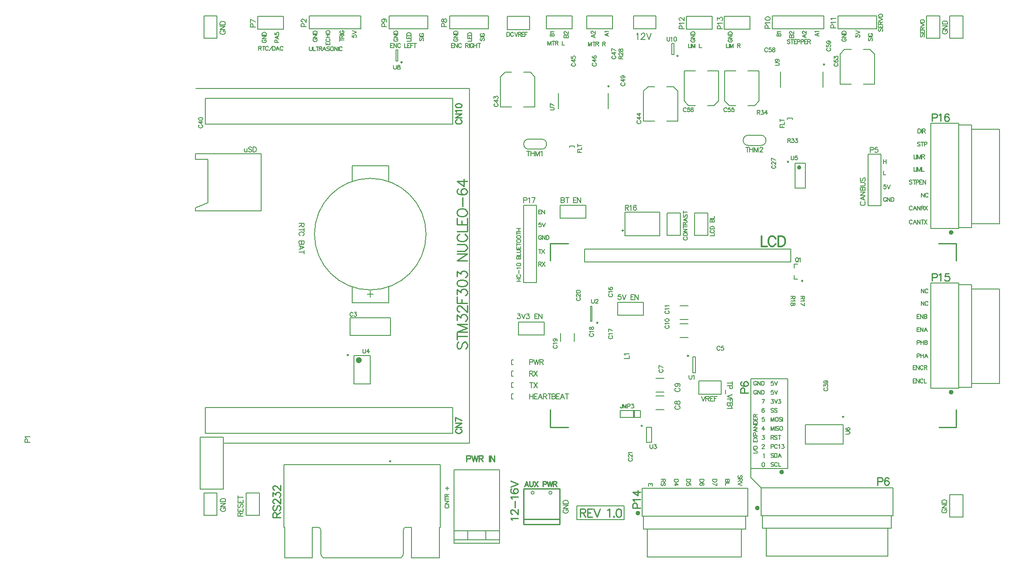
<source format=gto>
G04*
G04 #@! TF.GenerationSoftware,Altium Limited,Altium Designer,19.0.10 (269)*
G04*
G04 Layer_Color=65535*
%FSLAX43Y43*%
%MOMM*%
G71*
G01*
G75*
%ADD10C,0.250*%
%ADD11C,0.400*%
%ADD12C,0.127*%
%ADD13C,0.200*%
%ADD14C,0.600*%
%ADD15C,0.180*%
%ADD16C,0.254*%
%ADD17C,0.350*%
%ADD18R,0.400X1.300*%
D10*
X138125Y69475D02*
G03*
X138125Y69475I-125J0D01*
G01*
X131575Y136400D02*
G03*
X131575Y136400I-125J0D01*
G01*
X177825Y71250D02*
G03*
X177825Y71250I-125J0D01*
G01*
X174075Y140700D02*
G03*
X174075Y140700I-125J0D01*
G01*
X88550Y62470D02*
G03*
X88550Y62470I-125J0D01*
G01*
X169775Y98050D02*
G03*
X169775Y98050I-125J0D01*
G01*
X134385Y107980D02*
G03*
X134385Y107980I-125J0D01*
G01*
X147245Y83268D02*
G03*
X147245Y83268I-125J0D01*
G01*
X129375Y89791D02*
G03*
X129375Y89791I-125J0D01*
G01*
X80216Y83421D02*
G03*
X80216Y83421I-125J0D01*
G01*
X166950Y121505D02*
G03*
X166950Y121505I-125J0D01*
G01*
X145185Y142400D02*
G03*
X145185Y142400I-125J0D01*
G01*
X90795Y141150D02*
G03*
X90795Y141150I-125J0D01*
G01*
X125880Y53100D02*
Y51500D01*
Y53100D02*
X126566D01*
X126794Y53023D01*
X126870Y52947D01*
X126946Y52795D01*
Y52643D01*
X126870Y52490D01*
X126794Y52414D01*
X126566Y52338D01*
X125880D01*
X126413D02*
X126946Y51500D01*
X128295Y53100D02*
X127304D01*
Y51500D01*
X128295D01*
X127304Y52338D02*
X127914D01*
X128561Y53100D02*
X129171Y51500D01*
X129780Y53100D02*
X129171Y51500D01*
X131243Y52795D02*
X131395Y52871D01*
X131624Y53100D01*
Y51500D01*
X132492Y51652D02*
X132416Y51576D01*
X132492Y51500D01*
X132568Y51576D01*
X132492Y51652D01*
X133376Y53100D02*
X133147Y53023D01*
X132995Y52795D01*
X132918Y52414D01*
Y52186D01*
X132995Y51805D01*
X133147Y51576D01*
X133376Y51500D01*
X133528D01*
X133756Y51576D01*
X133909Y51805D01*
X133985Y52186D01*
Y52414D01*
X133909Y52795D01*
X133756Y53023D01*
X133528Y53100D01*
X133376D01*
D11*
X165840Y60340D02*
G03*
X165840Y60340I-250J0D01*
G01*
X161050Y53250D02*
G03*
X161050Y53250I-250J0D01*
G01*
X199250Y107590D02*
G03*
X199250Y107590I-250J0D01*
G01*
X169250Y120400D02*
G03*
X169250Y120400I-200J0D01*
G01*
X199250Y76090D02*
G03*
X199250Y76090I-250J0D01*
G01*
X137500Y52250D02*
G03*
X137500Y52250I-250J0D01*
G01*
D12*
X95500Y107250D02*
G03*
X95500Y107250I-11000J0D01*
G01*
X120300Y56270D02*
G03*
X120300Y56270I-300J0D01*
G01*
X116800D02*
G03*
X116800Y56270I-300J0D01*
G01*
X159000Y126750D02*
G03*
X159000Y124750I0J-1000D01*
G01*
X161500D02*
G03*
X161500Y126750I0J1000D01*
G01*
X115750Y126000D02*
G03*
X115750Y124000I0J-1000D01*
G01*
X118250D02*
G03*
X118250Y126000I0J1000D01*
G01*
X140800Y147700D02*
Y150300D01*
X136400D02*
X140800D01*
X136400Y147700D02*
Y150300D01*
Y147700D02*
X140800D01*
X159500Y78700D02*
X166800D01*
X159500Y61000D02*
Y78700D01*
Y61000D02*
X166800D01*
Y78700D01*
X125250Y51000D02*
Y53670D01*
Y51000D02*
X134500D01*
Y53670D01*
X125250D02*
X134500D01*
X51000Y57000D02*
Y67250D01*
Y57000D02*
X55500D01*
Y67250D01*
X51000D02*
X55500D01*
X149300Y75700D02*
Y78300D01*
Y75700D02*
X153700D01*
Y78300D01*
X149300D02*
X153700D01*
X50000Y111810D02*
Y112460D01*
Y121960D02*
Y123110D01*
Y111810D02*
X63000D01*
Y123110D01*
X50000D02*
X63000D01*
X52500Y114960D02*
Y121960D01*
X50000D02*
X52500D01*
Y113460D02*
Y114960D01*
X50000Y112460D02*
X52500Y113460D01*
X120000Y103000D02*
Y105400D01*
X84500Y95450D02*
X85100D01*
X83900D02*
X84500D01*
Y94850D02*
Y96050D01*
X88100Y93750D02*
Y96850D01*
X80900Y93750D02*
X88100D01*
X80900D02*
Y96850D01*
Y117650D02*
Y120750D01*
X88100Y117650D02*
Y120750D01*
X80900D02*
X88100D01*
X101000Y46270D02*
X110000D01*
X101000D02*
Y60770D01*
X110000D01*
Y46270D02*
Y60770D01*
X101000Y47020D02*
X110000D01*
X101000Y48770D02*
X110000D01*
X107250Y47020D02*
Y48770D01*
X103750Y47020D02*
Y48770D01*
X161550Y51750D02*
Y57250D01*
Y51750D02*
X187550D01*
Y57250D01*
X161550D02*
X187550D01*
X195000Y108340D02*
Y129140D01*
X200500D01*
Y108340D02*
Y129140D01*
X195000Y108340D02*
X200500D01*
X159000Y124750D02*
X161500D01*
X159000Y126750D02*
X161500D01*
X137750Y71140D02*
Y72440D01*
X133750Y71140D02*
X137750D01*
X133750D02*
Y72440D01*
X137750D01*
X194150Y145850D02*
Y150250D01*
X196750D01*
Y145850D02*
Y150250D01*
X194150Y145850D02*
X196750D01*
X60050Y51850D02*
Y56250D01*
X62650D01*
Y51850D02*
Y56250D01*
X60050Y51850D02*
X62650D01*
X151050Y107050D02*
Y111450D01*
X148450Y107050D02*
X151050D01*
X148450D02*
Y111450D01*
X151050D01*
X51700Y145850D02*
Y150250D01*
X54300D01*
Y145850D02*
Y150250D01*
X51700Y145850D02*
X54300D01*
X198700D02*
Y150250D01*
X201300D01*
Y145850D02*
Y150250D01*
X198700Y145850D02*
X201300D01*
X198700Y51470D02*
Y55870D01*
X201300D01*
Y51470D02*
Y55870D01*
X198700Y51470D02*
X201300D01*
X51700Y51820D02*
Y56220D01*
X54300D01*
Y51820D02*
Y56220D01*
X51700Y51820D02*
X54300D01*
X111500Y150200D02*
X115900D01*
Y147600D02*
Y150200D01*
X111500Y147600D02*
X115900D01*
X111500D02*
Y150200D01*
X145628Y107050D02*
Y111450D01*
X143028Y107050D02*
X145628D01*
X143028D02*
Y111450D01*
X145628D01*
X115750Y124000D02*
X118250D01*
X115750Y126000D02*
X118250D01*
X195000Y76840D02*
X200500D01*
Y97640D01*
X195000D02*
X200500D01*
X195000Y76840D02*
Y97640D01*
X138090Y51620D02*
Y57120D01*
Y51620D02*
X158890D01*
Y57120D01*
X138090D02*
X158890D01*
D13*
X74720Y44420D02*
G03*
X75207Y43420I1270J0D01*
G01*
X90563D02*
G03*
X91050Y44420I-783J1000D01*
G01*
X74720Y49020D02*
G03*
X74320Y49420I-400J0D01*
G01*
X91450D02*
G03*
X91050Y49020I0J-400D01*
G01*
X139975Y66175D02*
Y69175D01*
X138975Y66175D02*
Y69175D01*
Y66175D02*
X139975D01*
X138975Y69175D02*
X139975D01*
X159500Y59300D02*
X161550Y57250D01*
X159500Y59300D02*
Y61000D01*
X121600Y132000D02*
Y135000D01*
X131400Y132000D02*
Y135000D01*
X170250Y69650D02*
X177750D01*
X170250Y65850D02*
X177750D01*
Y69650D01*
X170250Y65850D02*
Y69650D01*
X113690Y89932D02*
X118770D01*
X113690Y87392D02*
Y89932D01*
Y87392D02*
X118770D01*
Y89932D01*
X133230Y93770D02*
X138310D01*
X133230Y91230D02*
Y93770D01*
Y91230D02*
X138310D01*
Y93770D01*
X114730Y112930D02*
X117270D01*
X114730Y97690D02*
X117270D01*
X114730D02*
Y112930D01*
X117270Y97690D02*
Y112930D01*
X121880Y110430D02*
Y112970D01*
X126960D01*
Y110430D02*
Y112970D01*
X121880Y110430D02*
X126960D01*
X62340Y150170D02*
X67420D01*
X62340Y147630D02*
Y150170D01*
Y147630D02*
X67420D01*
Y150170D01*
X167370Y101730D02*
Y104270D01*
X128635D02*
X167370D01*
X126730D02*
X128635D01*
X126730Y101730D02*
Y104270D01*
Y101730D02*
X167370D01*
X173750Y136300D02*
Y139300D01*
X165350Y136300D02*
Y139300D01*
X173750Y136250D02*
Y139250D01*
X165350Y136250D02*
Y139250D01*
X177100Y142750D02*
X178000Y143650D01*
X178100D01*
X183000D02*
X183900Y142750D01*
X182900Y143650D02*
X183000D01*
X181700Y136850D02*
X183900Y136850D01*
Y142750D01*
X181700Y143650D02*
X182900D01*
X178100D02*
X179300D01*
X177100Y136850D02*
X177100Y142750D01*
X177100Y136850D02*
X179300D01*
X121975Y86087D02*
Y87687D01*
X124675Y86087D02*
Y87687D01*
X98285Y49420D02*
Y61820D01*
X67485Y49420D02*
Y61820D01*
X67485D02*
X98285D01*
X91050Y44420D02*
Y49020D01*
X74720Y44420D02*
Y49020D01*
X67676Y43420D02*
Y49420D01*
X92666Y43420D02*
Y49420D01*
X98094Y43420D02*
Y49420D01*
X75207Y43420D02*
X90563D01*
X92666D02*
X98094D01*
X67676D02*
X73104D01*
X73104Y43420D02*
Y49420D01*
X67485D02*
X67676D01*
X73104D02*
X74320D01*
X98094D02*
X98285D01*
X91450D02*
X92666D01*
X162550Y49250D02*
X186550D01*
Y43750D02*
Y49250D01*
X162550Y43750D02*
X186550D01*
X162550D02*
Y49250D01*
X161780D02*
Y51750D01*
Y49250D02*
X187180D01*
Y51750D01*
X161780D02*
X187180D01*
X163720Y147780D02*
Y150320D01*
X173880D01*
X163720Y147780D02*
X173880D01*
Y150320D01*
X184310Y147730D02*
Y150270D01*
X176690Y147730D02*
X184310D01*
X176690D02*
Y150270D01*
X184310D01*
X200500Y108570D02*
Y128740D01*
X203000D01*
Y108570D02*
Y128740D01*
X200500Y108570D02*
X203000D01*
Y109340D02*
X208500D01*
Y127940D01*
X203000D02*
X208500D01*
X203000Y109340D02*
Y127940D01*
X112350Y82500D02*
X112650D01*
X112350Y81500D02*
X112650D01*
X112350D02*
Y82500D01*
X168050Y100550D02*
Y101350D01*
X168750D01*
X168050Y98350D02*
Y99150D01*
Y98350D02*
X168750D01*
X141575Y106905D02*
Y111595D01*
X134745Y106905D02*
Y111595D01*
X141575D01*
X134745Y106905D02*
X141575D01*
X148070Y83018D02*
X148570D01*
X148070Y79918D02*
X148570D01*
X148070D02*
Y83018D01*
X148570Y79918D02*
Y83018D01*
X127900Y90116D02*
X128200D01*
X127900Y93016D02*
X128200D01*
Y90116D02*
Y93016D01*
X127900Y90116D02*
Y93016D01*
X81285Y77706D02*
Y83294D01*
X84485Y77706D02*
Y83294D01*
X81285Y77706D02*
X84485D01*
X81285Y83294D02*
X84485D01*
X168250Y116300D02*
Y121200D01*
X170250Y116300D02*
Y121200D01*
X168250D02*
X170250D01*
X168250Y116300D02*
X170250D01*
X143950Y142650D02*
Y144850D01*
X144330Y142650D02*
Y144850D01*
X143950D02*
X144330D01*
X143950Y142650D02*
X144330D01*
X51990Y73060D02*
X100740D01*
X51990Y67980D02*
X100740D01*
X51990D02*
Y73060D01*
X100740Y67980D02*
Y73060D01*
X100740Y128980D02*
Y134060D01*
X51990Y128980D02*
Y134060D01*
Y128980D02*
X100740D01*
X51990Y134060D02*
X100740D01*
X145520Y93100D02*
X147120D01*
X145520Y90400D02*
X147120D01*
X145520Y89600D02*
X147120D01*
X145520Y86900D02*
X147120D01*
X140770Y76150D02*
X142370D01*
X140770Y78850D02*
X142370D01*
X140770Y72650D02*
X142370D01*
X140770Y75350D02*
X142370D01*
X152250Y132600D02*
X153150Y133500D01*
X152150Y132600D02*
X152250D01*
X146350Y133500D02*
X147250Y132600D01*
X147350D01*
X146350Y139400D02*
X148550Y139400D01*
X146350Y133500D02*
Y139400D01*
X147350Y132600D02*
X148550D01*
X150950D02*
X152150D01*
X153150Y133500D02*
X153150Y139400D01*
X150950D02*
X153150D01*
X160250Y132600D02*
X161150Y133500D01*
X160150Y132600D02*
X160250D01*
X154350Y133500D02*
X155250Y132600D01*
X155350D01*
X154350Y139400D02*
X156550Y139400D01*
X154350Y133500D02*
Y139400D01*
X155350Y132600D02*
X156550D01*
X158950D02*
X160150D01*
X161150Y133500D02*
X161150Y139400D01*
X158950D02*
X161150D01*
X138350Y135450D02*
X139250Y136350D01*
X139350D01*
X144250D02*
X145150Y135450D01*
X144150Y136350D02*
X144250D01*
X142950Y129550D02*
X145150Y129550D01*
Y135450D01*
X142950Y136350D02*
X144150D01*
X139350D02*
X140550D01*
X138350Y129550D02*
X138350Y135450D01*
X138350Y129550D02*
X140550D01*
X110150Y138250D02*
X111050Y139150D01*
X111150D01*
X116050D02*
X116950Y138250D01*
X115950Y139150D02*
X116050D01*
X114750Y132350D02*
X116950Y132350D01*
Y138250D01*
X114750Y139150D02*
X115950D01*
X111150D02*
X112350D01*
X110150Y132350D02*
X110150Y138250D01*
X110150Y132350D02*
X112350D01*
X89560Y141400D02*
X89940D01*
X89560Y143600D02*
X89940D01*
Y141400D02*
Y143600D01*
X89560Y141400D02*
Y143600D01*
X203000Y77840D02*
Y96440D01*
X208500D01*
Y77840D02*
Y96440D01*
X203000Y77840D02*
X208500D01*
X200500Y77070D02*
X203000D01*
Y97240D01*
X200500D02*
X203000D01*
X200500Y77070D02*
Y97240D01*
X139090Y49120D02*
X157690D01*
Y43620D02*
Y49120D01*
X139090Y43620D02*
X157690D01*
X139090D02*
Y49120D01*
X138320D02*
Y51620D01*
Y49120D02*
X158490D01*
Y51620D01*
X138320D02*
X158490D01*
X159340Y147630D02*
Y150170D01*
X154260Y147630D02*
X159340D01*
X154260D02*
Y150170D01*
X159340D01*
X151880Y147630D02*
Y150170D01*
X146800Y147630D02*
X151880D01*
X146800D02*
Y150170D01*
X151880D01*
X88211Y147730D02*
X95831D01*
Y150270D01*
X88211D02*
X95831D01*
X88211Y147730D02*
Y150270D01*
X100190Y147730D02*
X107810D01*
Y150270D01*
X100190D02*
X107810D01*
X100190Y147730D02*
Y150270D01*
X182630Y112860D02*
X185170D01*
X182630D02*
Y123020D01*
X185170Y112860D02*
Y123020D01*
X182630D02*
X185170D01*
X72440Y147780D02*
Y150320D01*
X82600D01*
X72440Y147780D02*
X82600D01*
Y150320D01*
X166750Y130150D02*
X167750D01*
X166750Y129850D02*
Y130150D01*
X167750Y129850D02*
Y130150D01*
X123750Y124650D02*
X124750D01*
X123750Y124350D02*
Y124650D01*
X124750Y124350D02*
Y124650D01*
X112350Y77000D02*
Y78000D01*
Y77000D02*
X112650D01*
X112350Y78000D02*
X112650D01*
X112350Y79250D02*
Y80250D01*
Y79250D02*
X112650D01*
X112350Y80250D02*
X112650D01*
X124270Y147730D02*
Y150270D01*
X119190Y147730D02*
X124270D01*
X119190D02*
Y150270D01*
X124270D01*
X127190Y147730D02*
Y150270D01*
X132270D01*
Y147730D02*
Y150270D01*
X127190Y147730D02*
X132270D01*
X112350Y74750D02*
Y75750D01*
Y74750D02*
X112650D01*
X112350Y75750D02*
X112650D01*
X137000Y146621D02*
X137114Y146678D01*
X137286Y146850D01*
Y145650D01*
X137937Y146564D02*
Y146621D01*
X137994Y146735D01*
X138051Y146793D01*
X138165Y146850D01*
X138394D01*
X138508Y146793D01*
X138565Y146735D01*
X138622Y146621D01*
Y146507D01*
X138565Y146393D01*
X138451Y146221D01*
X137880Y145650D01*
X138680D01*
X138948Y146850D02*
X139405Y145650D01*
X139862Y146850D02*
X139405Y145650D01*
D14*
X82550Y82405D02*
G03*
X82550Y82405I-300J0D01*
G01*
D15*
X80500Y90750D02*
X84500D01*
X80500Y87250D02*
Y90750D01*
Y87250D02*
X88500D01*
Y90750D01*
X84500D02*
X88500D01*
X104050Y66000D02*
Y136000D01*
X50100D02*
X104050D01*
X55750Y66000D02*
X104050Y66000D01*
X113370Y97930D02*
X114170D01*
X113370Y98463D02*
X114170D01*
X113751Y97930D02*
Y98463D01*
X113561Y99255D02*
X113484Y99217D01*
X113408Y99141D01*
X113370Y99065D01*
Y98913D01*
X113408Y98836D01*
X113484Y98760D01*
X113561Y98722D01*
X113675Y98684D01*
X113865D01*
X113980Y98722D01*
X114056Y98760D01*
X114132Y98836D01*
X114170Y98913D01*
Y99065D01*
X114132Y99141D01*
X114056Y99217D01*
X113980Y99255D01*
X113827Y99480D02*
Y100166D01*
X113523Y100402D02*
X113484Y100478D01*
X113370Y100592D01*
X114170D01*
X113370Y101217D02*
X113408Y101103D01*
X113523Y101026D01*
X113713Y100988D01*
X113827D01*
X114018Y101026D01*
X114132Y101103D01*
X114170Y101217D01*
Y101293D01*
X114132Y101407D01*
X114018Y101484D01*
X113827Y101522D01*
X113713D01*
X113523Y101484D01*
X113408Y101407D01*
X113370Y101293D01*
Y101217D01*
Y102329D02*
X114170D01*
X113370D02*
Y102672D01*
X113408Y102786D01*
X113446Y102824D01*
X113523Y102862D01*
X113599D01*
X113675Y102824D01*
X113713Y102786D01*
X113751Y102672D01*
Y102329D02*
Y102672D01*
X113789Y102786D01*
X113827Y102824D01*
X113903Y102862D01*
X114018D01*
X114094Y102824D01*
X114132Y102786D01*
X114170Y102672D01*
Y102329D01*
X113370Y103041D02*
X114170D01*
Y103498D01*
X113370Y103586D02*
X113941D01*
X114056Y103624D01*
X114132Y103700D01*
X114170Y103814D01*
Y103891D01*
X114132Y104005D01*
X114056Y104081D01*
X113941Y104119D01*
X113370D01*
Y104835D02*
Y104340D01*
X114170D01*
Y104835D01*
X113751Y104340D02*
Y104645D01*
X113370Y105235D02*
X114170D01*
X113370Y104968D02*
Y105502D01*
Y105825D02*
X113408Y105749D01*
X113484Y105673D01*
X113561Y105635D01*
X113675Y105597D01*
X113865D01*
X113980Y105635D01*
X114056Y105673D01*
X114132Y105749D01*
X114170Y105825D01*
Y105978D01*
X114132Y106054D01*
X114056Y106130D01*
X113980Y106168D01*
X113865Y106206D01*
X113675D01*
X113561Y106168D01*
X113484Y106130D01*
X113408Y106054D01*
X113370Y105978D01*
Y105825D01*
Y106621D02*
X113408Y106545D01*
X113484Y106469D01*
X113561Y106431D01*
X113675Y106393D01*
X113865D01*
X113980Y106431D01*
X114056Y106469D01*
X114132Y106545D01*
X114170Y106621D01*
Y106774D01*
X114132Y106850D01*
X114056Y106926D01*
X113980Y106964D01*
X113865Y107002D01*
X113675D01*
X113561Y106964D01*
X113484Y106926D01*
X113408Y106850D01*
X113370Y106774D01*
Y106621D01*
Y107456D02*
X114170D01*
X113370Y107189D02*
Y107722D01*
Y107817D02*
X114170D01*
X113370Y108351D02*
X114170D01*
X113751Y107817D02*
Y108351D01*
X186251Y114289D02*
X186213Y114366D01*
X186137Y114442D01*
X186061Y114480D01*
X185909D01*
X185832Y114442D01*
X185756Y114366D01*
X185718Y114289D01*
X185680Y114175D01*
Y113985D01*
X185718Y113870D01*
X185756Y113794D01*
X185832Y113718D01*
X185909Y113680D01*
X186061D01*
X186137Y113718D01*
X186213Y113794D01*
X186251Y113870D01*
Y113985D01*
X186061D02*
X186251D01*
X186434Y114480D02*
Y113680D01*
Y114480D02*
X186967Y113680D01*
Y114480D02*
Y113680D01*
X187188Y114480D02*
Y113680D01*
Y114480D02*
X187455D01*
X187569Y114442D01*
X187645Y114366D01*
X187683Y114289D01*
X187721Y114175D01*
Y113985D01*
X187683Y113870D01*
X187645Y113794D01*
X187569Y113718D01*
X187455Y113680D01*
X187188D01*
X117947Y104230D02*
Y103430D01*
X117680Y104230D02*
X118213D01*
X118308D02*
X118842Y103430D01*
Y104230D02*
X118308Y103430D01*
X186137Y116980D02*
X185756D01*
X185718Y116637D01*
X185756Y116675D01*
X185870Y116713D01*
X185985D01*
X186099Y116675D01*
X186175Y116599D01*
X186213Y116485D01*
Y116409D01*
X186175Y116294D01*
X186099Y116218D01*
X185985Y116180D01*
X185870D01*
X185756Y116218D01*
X185718Y116256D01*
X185680Y116332D01*
X186392Y116980D02*
X186697Y116180D01*
X187002Y116980D02*
X186697Y116180D01*
X185680Y119730D02*
Y118930D01*
X186137D01*
X78520Y145555D02*
X79320D01*
X78520Y145288D02*
Y145822D01*
Y145917D02*
X79320D01*
X78520D02*
Y146260D01*
X78558Y146374D01*
X78596Y146412D01*
X78673Y146450D01*
X78749D01*
X78825Y146412D01*
X78863Y146374D01*
X78901Y146260D01*
Y145917D01*
Y146183D02*
X79320Y146450D01*
X78520Y146629D02*
X79320D01*
X78711Y147368D02*
X78634Y147330D01*
X78558Y147254D01*
X78520Y147178D01*
Y147025D01*
X78558Y146949D01*
X78634Y146873D01*
X78711Y146835D01*
X78825Y146797D01*
X79015D01*
X79130Y146835D01*
X79206Y146873D01*
X79282Y146949D01*
X79320Y147025D01*
Y147178D01*
X79282Y147254D01*
X79206Y147330D01*
X79130Y147368D01*
X79015D01*
Y147178D02*
Y147368D01*
X75770Y145075D02*
Y144580D01*
X76570D01*
Y145075D01*
X76151Y144580D02*
Y144885D01*
X75961Y145780D02*
X75884Y145742D01*
X75808Y145665D01*
X75770Y145589D01*
Y145437D01*
X75808Y145361D01*
X75884Y145285D01*
X75961Y145247D01*
X76075Y145208D01*
X76265D01*
X76380Y145247D01*
X76456Y145285D01*
X76532Y145361D01*
X76570Y145437D01*
Y145589D01*
X76532Y145665D01*
X76456Y145742D01*
X76380Y145780D01*
X75770Y146004D02*
X76570D01*
X75770Y146538D02*
X76570D01*
X76151Y146004D02*
Y146538D01*
X75770Y146987D02*
X75808Y146911D01*
X75884Y146835D01*
X75961Y146797D01*
X76075Y146759D01*
X76265D01*
X76380Y146797D01*
X76456Y146835D01*
X76532Y146911D01*
X76570Y146987D01*
Y147139D01*
X76532Y147216D01*
X76456Y147292D01*
X76380Y147330D01*
X76265Y147368D01*
X76075D01*
X75961Y147330D01*
X75884Y147292D01*
X75808Y147216D01*
X75770Y147139D01*
Y146987D01*
X118175Y112030D02*
X117680D01*
Y111230D01*
X118175D01*
X117680Y111649D02*
X117985D01*
X118308Y112030D02*
Y111230D01*
Y112030D02*
X118842Y111230D01*
Y112030D02*
Y111230D01*
X118137Y109480D02*
X117756D01*
X117718Y109137D01*
X117756Y109175D01*
X117870Y109213D01*
X117985D01*
X118099Y109175D01*
X118175Y109099D01*
X118213Y108985D01*
Y108909D01*
X118175Y108794D01*
X118099Y108718D01*
X117985Y108680D01*
X117870D01*
X117756Y108718D01*
X117718Y108756D01*
X117680Y108832D01*
X118392Y109480D02*
X118697Y108680D01*
X119002Y109480D02*
X118697Y108680D01*
X118251Y106789D02*
X118213Y106866D01*
X118137Y106942D01*
X118061Y106980D01*
X117909D01*
X117832Y106942D01*
X117756Y106866D01*
X117718Y106789D01*
X117680Y106675D01*
Y106485D01*
X117718Y106370D01*
X117756Y106294D01*
X117832Y106218D01*
X117909Y106180D01*
X118061D01*
X118137Y106218D01*
X118213Y106294D01*
X118251Y106370D01*
Y106485D01*
X118061D02*
X118251D01*
X118434Y106980D02*
Y106180D01*
Y106980D02*
X118967Y106180D01*
Y106980D02*
Y106180D01*
X119188Y106980D02*
Y106180D01*
Y106980D02*
X119455D01*
X119569Y106942D01*
X119645Y106866D01*
X119683Y106789D01*
X119721Y106675D01*
Y106485D01*
X119683Y106370D01*
X119645Y106294D01*
X119569Y106218D01*
X119455Y106180D01*
X119188D01*
X160006Y64080D02*
X160805D01*
X160920Y64248D02*
X160006Y64781D01*
Y65063D02*
X160044Y64986D01*
X160120Y64910D01*
X160196Y64872D01*
X160310Y64834D01*
X160501D01*
X160615Y64872D01*
X160691Y64910D01*
X160767Y64986D01*
X160805Y65063D01*
Y65215D01*
X160767Y65291D01*
X160691Y65367D01*
X160615Y65405D01*
X160501Y65444D01*
X160310D01*
X160196Y65405D01*
X160120Y65367D01*
X160044Y65291D01*
X160006Y65215D01*
Y65063D01*
Y66754D02*
Y66259D01*
X160805D01*
Y66754D01*
X160386Y66259D02*
Y66563D01*
X160006Y66887D02*
X160805Y67420D01*
X160006D02*
X160805Y66887D01*
X160425Y67599D02*
Y67942D01*
X160386Y68056D01*
X160348Y68094D01*
X160272Y68132D01*
X160158D01*
X160082Y68094D01*
X160044Y68056D01*
X160006Y67942D01*
Y67599D01*
X160805D01*
Y68921D02*
X160006Y68616D01*
X160805Y68311D01*
X160539Y68426D02*
Y68807D01*
X160006Y69107D02*
X160805D01*
X160006D02*
X160805Y69641D01*
X160006D02*
X160805D01*
X160006Y69862D02*
X160805D01*
X160006D02*
Y70128D01*
X160044Y70242D01*
X160120Y70319D01*
X160196Y70357D01*
X160310Y70395D01*
X160501D01*
X160615Y70357D01*
X160691Y70319D01*
X160767Y70242D01*
X160805Y70128D01*
Y69862D01*
X160006Y71069D02*
Y70574D01*
X160805D01*
Y71069D01*
X160386Y70574D02*
Y70879D01*
X160006Y71202D02*
X160805D01*
X160006D02*
Y71545D01*
X160044Y71659D01*
X160082Y71697D01*
X160158Y71736D01*
X160234D01*
X160310Y71697D01*
X160348Y71659D01*
X160386Y71545D01*
Y71202D01*
Y71469D02*
X160805Y71736D01*
X185680Y121980D02*
Y121180D01*
X186213Y121980D02*
Y121180D01*
X185680Y121599D02*
X186213D01*
X181308Y113644D02*
X181213Y113597D01*
X181118Y113501D01*
X181070Y113406D01*
Y113216D01*
X181118Y113120D01*
X181213Y113025D01*
X181308Y112978D01*
X181451Y112930D01*
X181689D01*
X181832Y112978D01*
X181927Y113025D01*
X182022Y113120D01*
X182070Y113216D01*
Y113406D01*
X182022Y113501D01*
X181927Y113597D01*
X181832Y113644D01*
X182070Y114687D02*
X181070Y114306D01*
X182070Y113925D01*
X181737Y114068D02*
Y114544D01*
X181070Y114920D02*
X182070D01*
X181070D02*
X182070Y115587D01*
X181070D02*
X182070D01*
X181070Y115863D02*
X182070D01*
X181070D02*
Y116291D01*
X181118Y116434D01*
X181165Y116482D01*
X181261Y116529D01*
X181356D01*
X181451Y116482D01*
X181499Y116434D01*
X181546Y116291D01*
Y115863D02*
Y116291D01*
X181594Y116434D01*
X181642Y116482D01*
X181737Y116529D01*
X181880D01*
X181975Y116482D01*
X182022Y116434D01*
X182070Y116291D01*
Y115863D01*
X181070Y116753D02*
X181784D01*
X181927Y116801D01*
X182022Y116896D01*
X182070Y117039D01*
Y117134D01*
X182022Y117277D01*
X181927Y117372D01*
X181784Y117420D01*
X181070D01*
X181213Y118362D02*
X181118Y118267D01*
X181070Y118124D01*
Y117934D01*
X181118Y117791D01*
X181213Y117696D01*
X181308D01*
X181403Y117743D01*
X181451Y117791D01*
X181499Y117886D01*
X181594Y118172D01*
X181642Y118267D01*
X181689Y118315D01*
X181784Y118362D01*
X181927D01*
X182022Y118267D01*
X182070Y118124D01*
Y117934D01*
X182022Y117791D01*
X181927Y117696D01*
X117680Y101730D02*
Y100930D01*
Y101730D02*
X118023D01*
X118137Y101692D01*
X118175Y101654D01*
X118213Y101577D01*
Y101501D01*
X118175Y101425D01*
X118137Y101387D01*
X118023Y101349D01*
X117680D01*
X117947D02*
X118213Y100930D01*
X118392Y101730D02*
X118925Y100930D01*
Y101730D02*
X118392Y100930D01*
X81071Y91649D02*
X81033Y91726D01*
X80957Y91802D01*
X80881Y91840D01*
X80729D01*
X80652Y91802D01*
X80576Y91726D01*
X80538Y91649D01*
X80500Y91535D01*
Y91345D01*
X80538Y91230D01*
X80576Y91154D01*
X80652Y91078D01*
X80729Y91040D01*
X80881D01*
X80957Y91078D01*
X81033Y91154D01*
X81071Y91230D01*
X81372Y91840D02*
X81791D01*
X81563Y91535D01*
X81677D01*
X81753Y91497D01*
X81791Y91459D01*
X81829Y91345D01*
Y91269D01*
X81791Y91154D01*
X81715Y91078D01*
X81601Y91040D01*
X81486D01*
X81372Y91078D01*
X81334Y91116D01*
X81296Y91192D01*
X139650Y65750D02*
Y65179D01*
X139688Y65064D01*
X139764Y64988D01*
X139879Y64950D01*
X139955D01*
X140069Y64988D01*
X140145Y65064D01*
X140183Y65179D01*
Y65750D01*
X140480D02*
X140899D01*
X140671Y65445D01*
X140785D01*
X140861Y65407D01*
X140899Y65369D01*
X140937Y65255D01*
Y65179D01*
X140899Y65064D01*
X140823Y64988D01*
X140709Y64950D01*
X140595D01*
X140480Y64988D01*
X140442Y65026D01*
X140404Y65102D01*
X163931Y78225D02*
X163550D01*
X163512Y77882D01*
X163550Y77920D01*
X163664Y77958D01*
X163779D01*
X163893Y77920D01*
X163969Y77844D01*
X164007Y77730D01*
Y77654D01*
X163969Y77539D01*
X163893Y77463D01*
X163779Y77425D01*
X163664D01*
X163550Y77463D01*
X163512Y77501D01*
X163474Y77577D01*
X164186Y78225D02*
X164491Y77425D01*
X164795Y78225D02*
X164491Y77425D01*
X163931Y76447D02*
X163550D01*
X163512Y76104D01*
X163550Y76142D01*
X163664Y76180D01*
X163779D01*
X163893Y76142D01*
X163969Y76066D01*
X164007Y75952D01*
Y75876D01*
X163969Y75761D01*
X163893Y75685D01*
X163779Y75647D01*
X163664D01*
X163550Y75685D01*
X163512Y75723D01*
X163474Y75800D01*
X164186Y76447D02*
X164491Y75647D01*
X164795Y76447D02*
X164491Y75647D01*
X163550Y74669D02*
X163969D01*
X163740Y74365D01*
X163855D01*
X163931Y74326D01*
X163969Y74288D01*
X164007Y74174D01*
Y74098D01*
X163969Y73984D01*
X163893Y73908D01*
X163779Y73869D01*
X163664D01*
X163550Y73908D01*
X163512Y73946D01*
X163474Y74022D01*
X164186Y74669D02*
X164491Y73869D01*
X164795Y74669D02*
X164491Y73869D01*
X164974Y74669D02*
X165393D01*
X165165Y74365D01*
X165279D01*
X165355Y74326D01*
X165393Y74288D01*
X165431Y74174D01*
Y74098D01*
X165393Y73984D01*
X165317Y73908D01*
X165203Y73869D01*
X165089D01*
X164974Y73908D01*
X164936Y73946D01*
X164898Y74022D01*
X164007Y62111D02*
X163931Y62187D01*
X163817Y62225D01*
X163664D01*
X163550Y62187D01*
X163474Y62111D01*
Y62034D01*
X163512Y61958D01*
X163550Y61920D01*
X163626Y61882D01*
X163855Y61806D01*
X163931Y61768D01*
X163969Y61730D01*
X164007Y61654D01*
Y61539D01*
X163931Y61463D01*
X163817Y61425D01*
X163664D01*
X163550Y61463D01*
X163474Y61539D01*
X164757Y62034D02*
X164719Y62111D01*
X164643Y62187D01*
X164567Y62225D01*
X164415D01*
X164338Y62187D01*
X164262Y62111D01*
X164224Y62034D01*
X164186Y61920D01*
Y61730D01*
X164224Y61615D01*
X164262Y61539D01*
X164338Y61463D01*
X164415Y61425D01*
X164567D01*
X164643Y61463D01*
X164719Y61539D01*
X164757Y61615D01*
X164982Y62225D02*
Y61425D01*
X165439D01*
X164007Y63888D02*
X163931Y63965D01*
X163817Y64003D01*
X163664D01*
X163550Y63965D01*
X163474Y63888D01*
Y63812D01*
X163512Y63736D01*
X163550Y63698D01*
X163626Y63660D01*
X163855Y63584D01*
X163931Y63546D01*
X163969Y63507D01*
X164007Y63431D01*
Y63317D01*
X163931Y63241D01*
X163817Y63203D01*
X163664D01*
X163550Y63241D01*
X163474Y63317D01*
X164186Y64003D02*
Y63203D01*
Y64003D02*
X164453D01*
X164567Y63965D01*
X164643Y63888D01*
X164681Y63812D01*
X164719Y63698D01*
Y63507D01*
X164681Y63393D01*
X164643Y63317D01*
X164567Y63241D01*
X164453Y63203D01*
X164186D01*
X165508D02*
X165203Y64003D01*
X164898Y63203D01*
X165013Y63469D02*
X165393D01*
X163474Y65361D02*
X163817D01*
X163931Y65400D01*
X163969Y65438D01*
X164007Y65514D01*
Y65628D01*
X163969Y65704D01*
X163931Y65742D01*
X163817Y65780D01*
X163474D01*
Y64981D01*
X164757Y65590D02*
X164719Y65666D01*
X164643Y65742D01*
X164567Y65780D01*
X164415D01*
X164338Y65742D01*
X164262Y65666D01*
X164224Y65590D01*
X164186Y65476D01*
Y65285D01*
X164224Y65171D01*
X164262Y65095D01*
X164338Y65019D01*
X164415Y64981D01*
X164567D01*
X164643Y65019D01*
X164719Y65095D01*
X164757Y65171D01*
X164982Y65628D02*
X165058Y65666D01*
X165172Y65780D01*
Y64981D01*
X165645Y65780D02*
X166064D01*
X165835Y65476D01*
X165949D01*
X166026Y65438D01*
X166064Y65400D01*
X166102Y65285D01*
Y65209D01*
X166064Y65095D01*
X165988Y65019D01*
X165873Y64981D01*
X165759D01*
X165645Y65019D01*
X165607Y65057D01*
X165569Y65133D01*
X164007Y72777D02*
X163931Y72853D01*
X163817Y72891D01*
X163664D01*
X163550Y72853D01*
X163474Y72777D01*
Y72701D01*
X163512Y72625D01*
X163550Y72587D01*
X163626Y72549D01*
X163855Y72473D01*
X163931Y72434D01*
X163969Y72396D01*
X164007Y72320D01*
Y72206D01*
X163931Y72130D01*
X163817Y72092D01*
X163664D01*
X163550Y72130D01*
X163474Y72206D01*
X164719Y72777D02*
X164643Y72853D01*
X164529Y72891D01*
X164376D01*
X164262Y72853D01*
X164186Y72777D01*
Y72701D01*
X164224Y72625D01*
X164262Y72587D01*
X164338Y72549D01*
X164567Y72473D01*
X164643Y72434D01*
X164681Y72396D01*
X164719Y72320D01*
Y72206D01*
X164643Y72130D01*
X164529Y72092D01*
X164376D01*
X164262Y72130D01*
X164186Y72206D01*
X163474Y71114D02*
Y70314D01*
Y71114D02*
X163779Y70314D01*
X164083Y71114D02*
X163779Y70314D01*
X164083Y71114D02*
Y70314D01*
X164540Y71114D02*
X164464Y71076D01*
X164388Y70999D01*
X164350Y70923D01*
X164312Y70809D01*
Y70619D01*
X164350Y70504D01*
X164388Y70428D01*
X164464Y70352D01*
X164540Y70314D01*
X164693D01*
X164769Y70352D01*
X164845Y70428D01*
X164883Y70504D01*
X164921Y70619D01*
Y70809D01*
X164883Y70923D01*
X164845Y70999D01*
X164769Y71076D01*
X164693Y71114D01*
X164540D01*
X165641Y70999D02*
X165565Y71076D01*
X165451Y71114D01*
X165298D01*
X165184Y71076D01*
X165108Y70999D01*
Y70923D01*
X165146Y70847D01*
X165184Y70809D01*
X165260Y70771D01*
X165489Y70695D01*
X165565Y70657D01*
X165603Y70619D01*
X165641Y70542D01*
Y70428D01*
X165565Y70352D01*
X165451Y70314D01*
X165298D01*
X165184Y70352D01*
X165108Y70428D01*
X165820Y71114D02*
Y70314D01*
X163474Y69336D02*
Y68536D01*
Y69336D02*
X163779Y68536D01*
X164083Y69336D02*
X163779Y68536D01*
X164083Y69336D02*
Y68536D01*
X164312Y69336D02*
Y68536D01*
X165013Y69222D02*
X164936Y69298D01*
X164822Y69336D01*
X164670D01*
X164555Y69298D01*
X164479Y69222D01*
Y69146D01*
X164517Y69069D01*
X164555Y69031D01*
X164632Y68993D01*
X164860Y68917D01*
X164936Y68879D01*
X164974Y68841D01*
X165013Y68765D01*
Y68650D01*
X164936Y68574D01*
X164822Y68536D01*
X164670D01*
X164555Y68574D01*
X164479Y68650D01*
X165420Y69336D02*
X165344Y69298D01*
X165268Y69222D01*
X165230Y69146D01*
X165192Y69031D01*
Y68841D01*
X165230Y68727D01*
X165268Y68650D01*
X165344Y68574D01*
X165420Y68536D01*
X165572D01*
X165649Y68574D01*
X165725Y68650D01*
X165763Y68727D01*
X165801Y68841D01*
Y69031D01*
X165763Y69146D01*
X165725Y69222D01*
X165649Y69298D01*
X165572Y69336D01*
X165420D01*
X163474Y67558D02*
Y66758D01*
Y67558D02*
X163817D01*
X163931Y67520D01*
X163969Y67482D01*
X164007Y67406D01*
Y67330D01*
X163969Y67253D01*
X163931Y67215D01*
X163817Y67177D01*
X163474D01*
X163740D02*
X164007Y66758D01*
X164719Y67444D02*
X164643Y67520D01*
X164529Y67558D01*
X164376D01*
X164262Y67520D01*
X164186Y67444D01*
Y67368D01*
X164224Y67292D01*
X164262Y67253D01*
X164338Y67215D01*
X164567Y67139D01*
X164643Y67101D01*
X164681Y67063D01*
X164719Y66987D01*
Y66873D01*
X164643Y66796D01*
X164529Y66758D01*
X164376D01*
X164262Y66796D01*
X164186Y66873D01*
X165165Y67558D02*
Y66758D01*
X164898Y67558D02*
X165431D01*
X160668Y76281D02*
X160630Y76357D01*
X160554Y76433D01*
X160478Y76472D01*
X160325D01*
X160249Y76433D01*
X160173Y76357D01*
X160135Y76281D01*
X160097Y76167D01*
Y75976D01*
X160135Y75862D01*
X160173Y75786D01*
X160249Y75710D01*
X160325Y75672D01*
X160478D01*
X160554Y75710D01*
X160630Y75786D01*
X160668Y75862D01*
Y75976D01*
X160478D02*
X160668D01*
X160851Y76472D02*
Y75672D01*
Y76472D02*
X161384Y75672D01*
Y76472D02*
Y75672D01*
X161605Y76472D02*
Y75672D01*
Y76472D02*
X161872D01*
X161986Y76433D01*
X162062Y76357D01*
X162100Y76281D01*
X162138Y76167D01*
Y75976D01*
X162100Y75862D01*
X162062Y75786D01*
X161986Y75710D01*
X161872Y75672D01*
X161605D01*
X160668Y78064D02*
X160630Y78141D01*
X160554Y78217D01*
X160478Y78255D01*
X160325D01*
X160249Y78217D01*
X160173Y78141D01*
X160135Y78064D01*
X160097Y77950D01*
Y77760D01*
X160135Y77645D01*
X160173Y77569D01*
X160249Y77493D01*
X160325Y77455D01*
X160478D01*
X160554Y77493D01*
X160630Y77569D01*
X160668Y77645D01*
Y77760D01*
X160478D02*
X160668D01*
X160851Y78255D02*
Y77455D01*
Y78255D02*
X161384Y77455D01*
Y78255D02*
Y77455D01*
X161605Y78255D02*
Y77455D01*
Y78255D02*
X161872D01*
X161986Y78217D01*
X162062Y78141D01*
X162100Y78064D01*
X162138Y77950D01*
Y77760D01*
X162100Y77645D01*
X162062Y77569D01*
X161986Y77493D01*
X161872Y77455D01*
X161605D01*
X162153Y72791D02*
X162115Y72867D01*
X162001Y72905D01*
X161925D01*
X161810Y72867D01*
X161734Y72753D01*
X161696Y72562D01*
Y72372D01*
X161734Y72219D01*
X161810Y72143D01*
X161925Y72105D01*
X161963D01*
X162077Y72143D01*
X162153Y72219D01*
X162191Y72334D01*
Y72372D01*
X162153Y72486D01*
X162077Y72562D01*
X161963Y72600D01*
X161925D01*
X161810Y72562D01*
X161734Y72486D01*
X161696Y72372D01*
X162229Y74688D02*
X161849Y73888D01*
X161696Y74688D02*
X162229D01*
X162153Y71122D02*
X161772D01*
X161734Y70779D01*
X161772Y70817D01*
X161887Y70855D01*
X162001D01*
X162115Y70817D01*
X162191Y70741D01*
X162229Y70626D01*
Y70550D01*
X162191Y70436D01*
X162115Y70360D01*
X162001Y70322D01*
X161887D01*
X161772Y70360D01*
X161734Y70398D01*
X161696Y70474D01*
X161925Y62205D02*
X161810Y62167D01*
X161734Y62053D01*
X161696Y61862D01*
Y61748D01*
X161734Y61557D01*
X161810Y61443D01*
X161925Y61405D01*
X162001D01*
X162115Y61443D01*
X162191Y61557D01*
X162229Y61748D01*
Y61862D01*
X162191Y62053D01*
X162115Y62167D01*
X162001Y62205D01*
X161925D01*
X162077Y69338D02*
X161696Y68805D01*
X162268D01*
X162077Y69338D02*
Y68538D01*
X161772Y67555D02*
X162191D01*
X161963Y67250D01*
X162077D01*
X162153Y67212D01*
X162191Y67174D01*
X162229Y67060D01*
Y66984D01*
X162191Y66869D01*
X162115Y66793D01*
X162001Y66755D01*
X161887D01*
X161772Y66793D01*
X161734Y66831D01*
X161696Y66907D01*
X161734Y65581D02*
Y65619D01*
X161772Y65695D01*
X161810Y65733D01*
X161887Y65772D01*
X162039D01*
X162115Y65733D01*
X162153Y65695D01*
X162191Y65619D01*
Y65543D01*
X162153Y65467D01*
X162077Y65353D01*
X161696Y64972D01*
X162229D01*
X161963Y63836D02*
X162039Y63874D01*
X162153Y63988D01*
Y63188D01*
X140150Y57605D02*
Y58101D01*
X139350D01*
Y57605D01*
X139769Y58101D02*
Y57796D01*
X142650Y58900D02*
X141850D01*
X142650D02*
Y58557D01*
X142612Y58443D01*
X142574Y58405D01*
X142497Y58367D01*
X142421D01*
X142345Y58405D01*
X142307Y58443D01*
X142269Y58557D01*
Y58900D01*
Y58634D02*
X141850Y58367D01*
X142536Y57655D02*
X142612Y57731D01*
X142650Y57845D01*
Y57998D01*
X142612Y58112D01*
X142536Y58188D01*
X142459D01*
X142383Y58150D01*
X142345Y58112D01*
X142307Y58036D01*
X142231Y57807D01*
X142193Y57731D01*
X142155Y57693D01*
X142079Y57655D01*
X141964D01*
X141888Y57731D01*
X141850Y57845D01*
Y57998D01*
X141888Y58112D01*
X141964Y58188D01*
X145200Y58900D02*
X144400D01*
X145200D02*
Y58634D01*
X145162Y58519D01*
X145086Y58443D01*
X145009Y58405D01*
X144895Y58367D01*
X144705D01*
X144590Y58405D01*
X144514Y58443D01*
X144438Y58519D01*
X144400Y58634D01*
Y58900D01*
X145200Y57807D02*
X144667Y58188D01*
Y57617D01*
X145200Y57807D02*
X144400D01*
X147650Y58900D02*
X146850D01*
X147650D02*
Y58634D01*
X147612Y58519D01*
X147536Y58443D01*
X147459Y58405D01*
X147345Y58367D01*
X147155D01*
X147040Y58405D01*
X146964Y58443D01*
X146888Y58519D01*
X146850Y58634D01*
Y58900D01*
X147650Y57731D02*
Y58112D01*
X147307Y58150D01*
X147345Y58112D01*
X147383Y57998D01*
Y57883D01*
X147345Y57769D01*
X147269Y57693D01*
X147155Y57655D01*
X147079D01*
X146964Y57693D01*
X146888Y57769D01*
X146850Y57883D01*
Y57998D01*
X146888Y58112D01*
X146926Y58150D01*
X147002Y58188D01*
X150250Y58900D02*
X149450D01*
X150250D02*
Y58634D01*
X150212Y58519D01*
X150136Y58443D01*
X150059Y58405D01*
X149945Y58367D01*
X149755D01*
X149640Y58405D01*
X149564Y58443D01*
X149488Y58519D01*
X149450Y58634D01*
Y58900D01*
X150136Y57731D02*
X150212Y57769D01*
X150250Y57883D01*
Y57960D01*
X150212Y58074D01*
X150097Y58150D01*
X149907Y58188D01*
X149717D01*
X149564Y58150D01*
X149488Y58074D01*
X149450Y57960D01*
Y57921D01*
X149488Y57807D01*
X149564Y57731D01*
X149679Y57693D01*
X149717D01*
X149831Y57731D01*
X149907Y57807D01*
X149945Y57921D01*
Y57960D01*
X149907Y58074D01*
X149831Y58150D01*
X149717Y58188D01*
X152800Y58900D02*
X152000D01*
X152800D02*
Y58634D01*
X152762Y58519D01*
X152686Y58443D01*
X152609Y58405D01*
X152495Y58367D01*
X152305D01*
X152190Y58405D01*
X152114Y58443D01*
X152038Y58519D01*
X152000Y58634D01*
Y58900D01*
X152800Y57655D02*
X152000Y58036D01*
X152800Y58188D02*
Y57655D01*
X155300Y58900D02*
X154500D01*
X155300D02*
Y58557D01*
X155262Y58443D01*
X155224Y58405D01*
X155147Y58367D01*
X155071D01*
X154995Y58405D01*
X154957Y58443D01*
X154919Y58557D01*
Y58900D02*
Y58557D01*
X154881Y58443D01*
X154843Y58405D01*
X154767Y58367D01*
X154652D01*
X154576Y58405D01*
X154538Y58443D01*
X154500Y58557D01*
Y58900D01*
X155300Y58188D02*
X154500D01*
Y57731D01*
X157686Y59167D02*
X157762Y59243D01*
X157800Y59357D01*
Y59510D01*
X157762Y59624D01*
X157686Y59700D01*
X157609D01*
X157533Y59662D01*
X157495Y59624D01*
X157457Y59548D01*
X157381Y59319D01*
X157343Y59243D01*
X157305Y59205D01*
X157229Y59167D01*
X157114D01*
X157038Y59243D01*
X157000Y59357D01*
Y59510D01*
X157038Y59624D01*
X157114Y59700D01*
X157800Y58988D02*
X157000D01*
X157800D02*
Y58645D01*
X157762Y58531D01*
X157724Y58493D01*
X157647Y58455D01*
X157571D01*
X157495Y58493D01*
X157457Y58531D01*
X157419Y58645D01*
Y58988D01*
Y58721D02*
X157000Y58455D01*
X157800Y58276D02*
X157000Y57971D01*
X157800Y57666D02*
X157000Y57971D01*
X191995Y81350D02*
X191500D01*
Y80550D01*
X191995D01*
X191500Y80969D02*
X191805D01*
X192128Y81350D02*
Y80550D01*
Y81350D02*
X192662Y80550D01*
Y81350D02*
Y80550D01*
X193454Y81159D02*
X193416Y81236D01*
X193340Y81312D01*
X193263Y81350D01*
X193111D01*
X193035Y81312D01*
X192959Y81236D01*
X192921Y81159D01*
X192883Y81045D01*
Y80855D01*
X192921Y80740D01*
X192959Y80664D01*
X193035Y80588D01*
X193111Y80550D01*
X193263D01*
X193340Y80588D01*
X193416Y80664D01*
X193454Y80740D01*
X193679Y81350D02*
Y80550D01*
Y81350D02*
X194021D01*
X194136Y81312D01*
X194174Y81274D01*
X194212Y81197D01*
Y81121D01*
X194174Y81045D01*
X194136Y81007D01*
X194021Y80969D01*
X193679D01*
X193945D02*
X194212Y80550D01*
X191995Y78700D02*
X191500D01*
Y77900D01*
X191995D01*
X191500Y78319D02*
X191805D01*
X192128Y78700D02*
Y77900D01*
Y78700D02*
X192662Y77900D01*
Y78700D02*
Y77900D01*
X193454Y78509D02*
X193416Y78586D01*
X193340Y78662D01*
X193263Y78700D01*
X193111D01*
X193035Y78662D01*
X192959Y78586D01*
X192921Y78509D01*
X192883Y78395D01*
Y78205D01*
X192921Y78090D01*
X192959Y78014D01*
X193035Y77938D01*
X193111Y77900D01*
X193263D01*
X193340Y77938D01*
X193416Y78014D01*
X193454Y78090D01*
X193679Y78700D02*
Y77900D01*
X194136D01*
X192300Y83231D02*
X192643D01*
X192757Y83269D01*
X192795Y83307D01*
X192833Y83383D01*
Y83497D01*
X192795Y83574D01*
X192757Y83612D01*
X192643Y83650D01*
X192300D01*
Y82850D01*
X193012Y83650D02*
Y82850D01*
X193545Y83650D02*
Y82850D01*
X193012Y83269D02*
X193545D01*
X194375Y82850D02*
X194071Y83650D01*
X193766Y82850D01*
X193880Y83117D02*
X194261D01*
X192300Y85881D02*
X192643D01*
X192757Y85919D01*
X192795Y85957D01*
X192833Y86033D01*
Y86147D01*
X192795Y86224D01*
X192757Y86262D01*
X192643Y86300D01*
X192300D01*
Y85500D01*
X193012Y86300D02*
Y85500D01*
X193545Y86300D02*
Y85500D01*
X193012Y85919D02*
X193545D01*
X193766Y86300D02*
Y85500D01*
Y86300D02*
X194109D01*
X194223Y86262D01*
X194261Y86224D01*
X194299Y86147D01*
Y86071D01*
X194261Y85995D01*
X194223Y85957D01*
X194109Y85919D01*
X193766D02*
X194109D01*
X194223Y85881D01*
X194261Y85843D01*
X194299Y85767D01*
Y85652D01*
X194261Y85576D01*
X194223Y85538D01*
X194109Y85500D01*
X193766D01*
X192795Y88850D02*
X192300D01*
Y88050D01*
X192795D01*
X192300Y88469D02*
X192604D01*
X192928Y88850D02*
Y88050D01*
Y88850D02*
X193461Y88050D01*
Y88850D02*
Y88050D01*
X194292D02*
X193987Y88850D01*
X193682Y88050D01*
X193797Y88317D02*
X194177D01*
X192795Y91400D02*
X192300D01*
Y90600D01*
X192795D01*
X192300Y91019D02*
X192604D01*
X192928Y91400D02*
Y90600D01*
Y91400D02*
X193461Y90600D01*
Y91400D02*
Y90600D01*
X193682Y91400D02*
Y90600D01*
Y91400D02*
X194025D01*
X194139Y91362D01*
X194177Y91324D01*
X194216Y91247D01*
Y91171D01*
X194177Y91095D01*
X194139Y91057D01*
X194025Y91019D01*
X193682D02*
X194025D01*
X194139Y90981D01*
X194177Y90943D01*
X194216Y90867D01*
Y90752D01*
X194177Y90676D01*
X194139Y90638D01*
X194025Y90600D01*
X193682D01*
X193099Y94000D02*
Y93200D01*
Y94000D02*
X193633Y93200D01*
Y94000D02*
Y93200D01*
X194425Y93809D02*
X194387Y93886D01*
X194311Y93962D01*
X194234Y94000D01*
X194082D01*
X194006Y93962D01*
X193930Y93886D01*
X193892Y93809D01*
X193854Y93695D01*
Y93505D01*
X193892Y93390D01*
X193930Y93314D01*
X194006Y93238D01*
X194082Y93200D01*
X194234D01*
X194311Y93238D01*
X194387Y93314D01*
X194425Y93390D01*
X193099Y96450D02*
Y95650D01*
Y96450D02*
X193633Y95650D01*
Y96450D02*
Y95650D01*
X194425Y96259D02*
X194387Y96336D01*
X194311Y96412D01*
X194234Y96450D01*
X194082D01*
X194006Y96412D01*
X193930Y96336D01*
X193892Y96259D01*
X193854Y96145D01*
Y95955D01*
X193892Y95840D01*
X193930Y95764D01*
X194006Y95688D01*
X194082Y95650D01*
X194234D01*
X194311Y95688D01*
X194387Y95764D01*
X194425Y95840D01*
X191321Y109859D02*
X191283Y109936D01*
X191207Y110012D01*
X191131Y110050D01*
X190979D01*
X190902Y110012D01*
X190826Y109936D01*
X190788Y109859D01*
X190750Y109745D01*
Y109555D01*
X190788Y109440D01*
X190826Y109364D01*
X190902Y109288D01*
X190979Y109250D01*
X191131D01*
X191207Y109288D01*
X191283Y109364D01*
X191321Y109440D01*
X192155Y109250D02*
X191851Y110050D01*
X191546Y109250D01*
X191660Y109517D02*
X192041D01*
X192342Y110050D02*
Y109250D01*
Y110050D02*
X192875Y109250D01*
Y110050D02*
Y109250D01*
X193363Y110050D02*
Y109250D01*
X193096Y110050D02*
X193629D01*
X193725D02*
X194258Y109250D01*
Y110050D02*
X193725Y109250D01*
X191321Y112609D02*
X191283Y112686D01*
X191207Y112762D01*
X191131Y112800D01*
X190979D01*
X190902Y112762D01*
X190826Y112686D01*
X190788Y112609D01*
X190750Y112495D01*
Y112305D01*
X190788Y112190D01*
X190826Y112114D01*
X190902Y112038D01*
X190979Y112000D01*
X191131D01*
X191207Y112038D01*
X191283Y112114D01*
X191321Y112190D01*
X192155Y112000D02*
X191851Y112800D01*
X191546Y112000D01*
X191660Y112267D02*
X192041D01*
X192342Y112800D02*
Y112000D01*
Y112800D02*
X192875Y112000D01*
Y112800D02*
Y112000D01*
X193096Y112800D02*
Y112000D01*
Y112800D02*
X193439D01*
X193553Y112762D01*
X193591Y112724D01*
X193629Y112647D01*
Y112571D01*
X193591Y112495D01*
X193553Y112457D01*
X193439Y112419D01*
X193096D01*
X193363D02*
X193629Y112000D01*
X193808Y112800D02*
X194342Y112000D01*
Y112800D02*
X193808Y112000D01*
X193149Y115350D02*
Y114550D01*
Y115350D02*
X193682Y114550D01*
Y115350D02*
Y114550D01*
X194475Y115159D02*
X194437Y115236D01*
X194360Y115312D01*
X194284Y115350D01*
X194132D01*
X194056Y115312D01*
X193980Y115236D01*
X193941Y115159D01*
X193903Y115045D01*
Y114855D01*
X193941Y114740D01*
X193980Y114664D01*
X194056Y114588D01*
X194132Y114550D01*
X194284D01*
X194360Y114588D01*
X194437Y114664D01*
X194475Y114740D01*
X191283Y117786D02*
X191207Y117862D01*
X191093Y117900D01*
X190940D01*
X190826Y117862D01*
X190750Y117786D01*
Y117709D01*
X190788Y117633D01*
X190826Y117595D01*
X190902Y117557D01*
X191131Y117481D01*
X191207Y117443D01*
X191245Y117405D01*
X191283Y117329D01*
Y117214D01*
X191207Y117138D01*
X191093Y117100D01*
X190940D01*
X190826Y117138D01*
X190750Y117214D01*
X191729Y117900D02*
Y117100D01*
X191462Y117900D02*
X191995D01*
X192091Y117481D02*
X192433D01*
X192548Y117519D01*
X192586Y117557D01*
X192624Y117633D01*
Y117747D01*
X192586Y117824D01*
X192548Y117862D01*
X192433Y117900D01*
X192091D01*
Y117100D01*
X193298Y117900D02*
X192803D01*
Y117100D01*
X193298D01*
X192803Y117519D02*
X193108D01*
X193431Y117900D02*
Y117100D01*
Y117900D02*
X193965Y117100D01*
Y117900D02*
Y117100D01*
X191683Y120450D02*
Y119650D01*
X192140D01*
X192228Y120450D02*
Y119650D01*
X192395Y120450D02*
Y119650D01*
Y120450D02*
X192700Y119650D01*
X193005Y120450D02*
X192700Y119650D01*
X193005Y120450D02*
Y119650D01*
X193233Y120450D02*
Y119650D01*
X193690D01*
X191683Y122900D02*
Y122100D01*
X192140D01*
X192228Y122900D02*
Y122100D01*
X192395Y122900D02*
Y122100D01*
Y122900D02*
X192700Y122100D01*
X193005Y122900D02*
X192700Y122100D01*
X193005Y122900D02*
Y122100D01*
X193233Y122900D02*
Y122100D01*
Y122900D02*
X193576D01*
X193690Y122862D01*
X193728Y122824D01*
X193766Y122747D01*
Y122671D01*
X193728Y122595D01*
X193690Y122557D01*
X193576Y122519D01*
X193233D01*
X193500D02*
X193766Y122100D01*
X192883Y125286D02*
X192807Y125362D01*
X192692Y125400D01*
X192540D01*
X192426Y125362D01*
X192349Y125286D01*
Y125209D01*
X192388Y125133D01*
X192426Y125095D01*
X192502Y125057D01*
X192730Y124981D01*
X192807Y124943D01*
X192845Y124905D01*
X192883Y124829D01*
Y124714D01*
X192807Y124638D01*
X192692Y124600D01*
X192540D01*
X192426Y124638D01*
X192349Y124714D01*
X193328Y125400D02*
Y124600D01*
X193062Y125400D02*
X193595D01*
X193690Y124981D02*
X194033D01*
X194147Y125019D01*
X194185Y125057D01*
X194223Y125133D01*
Y125247D01*
X194185Y125324D01*
X194147Y125362D01*
X194033Y125400D01*
X193690D01*
Y124600D01*
X192483Y128000D02*
Y127200D01*
Y128000D02*
X192749D01*
X192864Y127962D01*
X192940Y127886D01*
X192978Y127809D01*
X193016Y127695D01*
Y127505D01*
X192978Y127390D01*
X192940Y127314D01*
X192864Y127238D01*
X192749Y127200D01*
X192483D01*
X193195Y128000D02*
Y127200D01*
X193363Y128000D02*
Y127200D01*
Y128000D02*
X193705D01*
X193820Y127962D01*
X193858Y127924D01*
X193896Y127847D01*
Y127771D01*
X193858Y127695D01*
X193820Y127657D01*
X193705Y127619D01*
X193363D01*
X193629D02*
X193896Y127200D01*
X182814Y145917D02*
X182738Y145840D01*
X182700Y145726D01*
Y145574D01*
X182738Y145459D01*
X182814Y145383D01*
X182891D01*
X182967Y145421D01*
X183005Y145459D01*
X183043Y145536D01*
X183119Y145764D01*
X183157Y145840D01*
X183195Y145878D01*
X183271Y145917D01*
X183386D01*
X183462Y145840D01*
X183500Y145726D01*
Y145574D01*
X183462Y145459D01*
X183386Y145383D01*
X182700Y146096D02*
X183500D01*
X182891Y146834D02*
X182814Y146796D01*
X182738Y146720D01*
X182700Y146644D01*
Y146492D01*
X182738Y146415D01*
X182814Y146339D01*
X182891Y146301D01*
X183005Y146263D01*
X183195D01*
X183310Y146301D01*
X183386Y146339D01*
X183462Y146415D01*
X183500Y146492D01*
Y146644D01*
X183462Y146720D01*
X183386Y146796D01*
X183310Y146834D01*
X183195D01*
Y146644D02*
Y146834D01*
X180200Y146507D02*
Y146126D01*
X180543Y146088D01*
X180505Y146126D01*
X180467Y146240D01*
Y146354D01*
X180505Y146469D01*
X180581Y146545D01*
X180695Y146583D01*
X180771D01*
X180886Y146545D01*
X180962Y146469D01*
X181000Y146354D01*
Y146240D01*
X180962Y146126D01*
X180924Y146088D01*
X180848Y146050D01*
X180200Y146762D02*
X181000Y147067D01*
X180200Y147371D02*
X181000Y147067D01*
X177681Y145821D02*
X177604Y145783D01*
X177528Y145707D01*
X177490Y145631D01*
Y145479D01*
X177528Y145402D01*
X177604Y145326D01*
X177681Y145288D01*
X177795Y145250D01*
X177985D01*
X178100Y145288D01*
X178176Y145326D01*
X178252Y145402D01*
X178290Y145479D01*
Y145631D01*
X178252Y145707D01*
X178176Y145783D01*
X178100Y145821D01*
X177985D01*
Y145631D02*
Y145821D01*
X177490Y146004D02*
X178290D01*
X177490D02*
X178290Y146537D01*
X177490D02*
X178290D01*
X177490Y146758D02*
X178290D01*
X177490D02*
Y147025D01*
X177528Y147139D01*
X177604Y147215D01*
X177681Y147253D01*
X177795Y147291D01*
X177985D01*
X178100Y147253D01*
X178176Y147215D01*
X178252Y147139D01*
X178290Y147025D01*
Y146758D01*
X172950Y146876D02*
X172150Y146571D01*
X172950Y146267D01*
X172683Y146381D02*
Y146762D01*
X172303Y147063D02*
X172264Y147139D01*
X172150Y147253D01*
X172950D01*
X170450Y146609D02*
X169650Y146305D01*
X170450Y146000D01*
X170183Y146114D02*
Y146495D01*
X169841Y146834D02*
X169803D01*
X169726Y146872D01*
X169688Y146910D01*
X169650Y146986D01*
Y147139D01*
X169688Y147215D01*
X169726Y147253D01*
X169803Y147291D01*
X169879D01*
X169955Y147253D01*
X170069Y147177D01*
X170450Y146796D01*
Y147329D01*
X167150Y146000D02*
X167950D01*
X167150D02*
Y146343D01*
X167188Y146457D01*
X167226Y146495D01*
X167303Y146533D01*
X167379D01*
X167455Y146495D01*
X167493Y146457D01*
X167531Y146343D01*
Y146000D02*
Y146343D01*
X167569Y146457D01*
X167607Y146495D01*
X167683Y146533D01*
X167798D01*
X167874Y146495D01*
X167912Y146457D01*
X167950Y146343D01*
Y146000D01*
X167341Y146750D02*
X167303D01*
X167226Y146788D01*
X167188Y146826D01*
X167150Y146903D01*
Y147055D01*
X167188Y147131D01*
X167226Y147169D01*
X167303Y147207D01*
X167379D01*
X167455Y147169D01*
X167569Y147093D01*
X167950Y146712D01*
Y147245D01*
X164650Y146267D02*
X165450D01*
X164650D02*
Y146609D01*
X164688Y146724D01*
X164726Y146762D01*
X164803Y146800D01*
X164879D01*
X164955Y146762D01*
X164993Y146724D01*
X165031Y146609D01*
Y146267D02*
Y146609D01*
X165069Y146724D01*
X165107Y146762D01*
X165183Y146800D01*
X165298D01*
X165374Y146762D01*
X165412Y146724D01*
X165450Y146609D01*
Y146267D01*
X164803Y146979D02*
X164764Y147055D01*
X164650Y147169D01*
X165450D01*
X155241Y145671D02*
X155164Y145633D01*
X155088Y145557D01*
X155050Y145481D01*
Y145329D01*
X155088Y145252D01*
X155164Y145176D01*
X155241Y145138D01*
X155355Y145100D01*
X155545D01*
X155660Y145138D01*
X155736Y145176D01*
X155812Y145252D01*
X155850Y145329D01*
Y145481D01*
X155812Y145557D01*
X155736Y145633D01*
X155660Y145671D01*
X155545D01*
Y145481D02*
Y145671D01*
X155050Y145854D02*
X155850D01*
X155050D02*
X155850Y146387D01*
X155050D02*
X155850D01*
X155050Y146608D02*
X155850D01*
X155050D02*
Y146875D01*
X155088Y146989D01*
X155164Y147065D01*
X155241Y147103D01*
X155355Y147141D01*
X155545D01*
X155660Y147103D01*
X155736Y147065D01*
X155812Y146989D01*
X155850Y146875D01*
Y146608D01*
X147891Y145671D02*
X147814Y145633D01*
X147738Y145557D01*
X147700Y145481D01*
Y145329D01*
X147738Y145252D01*
X147814Y145176D01*
X147891Y145138D01*
X148005Y145100D01*
X148195D01*
X148310Y145138D01*
X148386Y145176D01*
X148462Y145252D01*
X148500Y145329D01*
Y145481D01*
X148462Y145557D01*
X148386Y145633D01*
X148310Y145671D01*
X148195D01*
Y145481D02*
Y145671D01*
X147700Y145854D02*
X148500D01*
X147700D02*
X148500Y146387D01*
X147700D02*
X148500D01*
X147700Y146608D02*
X148500D01*
X147700D02*
Y146875D01*
X147738Y146989D01*
X147814Y147065D01*
X147891Y147103D01*
X148005Y147141D01*
X148195D01*
X148310Y147103D01*
X148386Y147065D01*
X148462Y146989D01*
X148500Y146875D01*
Y146608D01*
X119950Y146267D02*
X120750D01*
X119950D02*
Y146609D01*
X119988Y146724D01*
X120026Y146762D01*
X120103Y146800D01*
X120179D01*
X120255Y146762D01*
X120293Y146724D01*
X120331Y146609D01*
Y146267D02*
Y146609D01*
X120369Y146724D01*
X120407Y146762D01*
X120483Y146800D01*
X120598D01*
X120674Y146762D01*
X120712Y146724D01*
X120750Y146609D01*
Y146267D01*
X120103Y146979D02*
X120064Y147055D01*
X119950Y147169D01*
X120750D01*
X122700Y146000D02*
X123500D01*
X122700D02*
Y146343D01*
X122738Y146457D01*
X122776Y146495D01*
X122853Y146533D01*
X122929D01*
X123005Y146495D01*
X123043Y146457D01*
X123081Y146343D01*
Y146000D02*
Y146343D01*
X123119Y146457D01*
X123157Y146495D01*
X123233Y146533D01*
X123348D01*
X123424Y146495D01*
X123462Y146457D01*
X123500Y146343D01*
Y146000D01*
X122891Y146750D02*
X122853D01*
X122776Y146788D01*
X122738Y146826D01*
X122700Y146903D01*
Y147055D01*
X122738Y147131D01*
X122776Y147169D01*
X122853Y147207D01*
X122929D01*
X123005Y147169D01*
X123119Y147093D01*
X123500Y146712D01*
Y147245D01*
X128856Y146609D02*
X128056Y146305D01*
X128856Y146000D01*
X128589Y146114D02*
Y146495D01*
X128247Y146834D02*
X128209D01*
X128132Y146872D01*
X128094Y146910D01*
X128056Y146986D01*
Y147139D01*
X128094Y147215D01*
X128132Y147253D01*
X128209Y147291D01*
X128285D01*
X128361Y147253D01*
X128475Y147177D01*
X128856Y146796D01*
Y147329D01*
X131500Y146876D02*
X130700Y146571D01*
X131500Y146267D01*
X131233Y146381D02*
Y146762D01*
X130853Y147063D02*
X130814Y147139D01*
X130700Y147253D01*
X131500D01*
X66119Y145000D02*
Y145343D01*
X66081Y145457D01*
X66043Y145495D01*
X65967Y145533D01*
X65853D01*
X65776Y145495D01*
X65738Y145457D01*
X65700Y145343D01*
Y145000D01*
X66500D01*
Y146322D02*
X65700Y146017D01*
X66500Y145712D01*
X66233Y145826D02*
Y146207D01*
X65700Y146965D02*
Y146584D01*
X66043Y146546D01*
X66005Y146584D01*
X65967Y146699D01*
Y146813D01*
X66005Y146927D01*
X66081Y147003D01*
X66195Y147041D01*
X66271D01*
X66386Y147003D01*
X66462Y146927D01*
X66500Y146813D01*
Y146699D01*
X66462Y146584D01*
X66424Y146546D01*
X66348Y146508D01*
X106314Y145917D02*
X106238Y145840D01*
X106200Y145726D01*
Y145574D01*
X106238Y145459D01*
X106314Y145383D01*
X106391D01*
X106467Y145421D01*
X106505Y145459D01*
X106543Y145536D01*
X106619Y145764D01*
X106657Y145840D01*
X106695Y145878D01*
X106771Y145917D01*
X106886D01*
X106962Y145840D01*
X107000Y145726D01*
Y145574D01*
X106962Y145459D01*
X106886Y145383D01*
X106200Y146096D02*
X107000D01*
X106391Y146834D02*
X106314Y146796D01*
X106238Y146720D01*
X106200Y146644D01*
Y146492D01*
X106238Y146415D01*
X106314Y146339D01*
X106391Y146301D01*
X106505Y146263D01*
X106695D01*
X106810Y146301D01*
X106886Y146339D01*
X106962Y146415D01*
X107000Y146492D01*
Y146644D01*
X106962Y146720D01*
X106886Y146796D01*
X106810Y146834D01*
X106695D01*
Y146644D02*
Y146834D01*
X103700Y145250D02*
X104500D01*
Y145707D01*
X103700Y146290D02*
Y145795D01*
X104500D01*
Y146290D01*
X104081Y145795D02*
Y146099D01*
X103700Y146423D02*
X104500D01*
X103700D02*
Y146690D01*
X103738Y146804D01*
X103814Y146880D01*
X103891Y146918D01*
X104005Y146956D01*
X104195D01*
X104310Y146918D01*
X104386Y146880D01*
X104462Y146804D01*
X104500Y146690D01*
Y146423D01*
X101141Y145821D02*
X101064Y145783D01*
X100988Y145707D01*
X100950Y145631D01*
Y145479D01*
X100988Y145402D01*
X101064Y145326D01*
X101141Y145288D01*
X101255Y145250D01*
X101445D01*
X101560Y145288D01*
X101636Y145326D01*
X101712Y145402D01*
X101750Y145479D01*
Y145631D01*
X101712Y145707D01*
X101636Y145783D01*
X101560Y145821D01*
X101445D01*
Y145631D02*
Y145821D01*
X100950Y146004D02*
X101750D01*
X100950D02*
X101750Y146537D01*
X100950D02*
X101750D01*
X100950Y146758D02*
X101750D01*
X100950D02*
Y147025D01*
X100988Y147139D01*
X101064Y147215D01*
X101141Y147253D01*
X101255Y147291D01*
X101445D01*
X101560Y147253D01*
X101636Y147215D01*
X101712Y147139D01*
X101750Y147025D01*
Y146758D01*
X94314Y145917D02*
X94238Y145840D01*
X94200Y145726D01*
Y145574D01*
X94238Y145459D01*
X94314Y145383D01*
X94391D01*
X94467Y145421D01*
X94505Y145459D01*
X94543Y145536D01*
X94619Y145764D01*
X94657Y145840D01*
X94695Y145878D01*
X94771Y145917D01*
X94886D01*
X94962Y145840D01*
X95000Y145726D01*
Y145574D01*
X94962Y145459D01*
X94886Y145383D01*
X94200Y146096D02*
X95000D01*
X94391Y146834D02*
X94314Y146796D01*
X94238Y146720D01*
X94200Y146644D01*
Y146492D01*
X94238Y146415D01*
X94314Y146339D01*
X94391Y146301D01*
X94505Y146263D01*
X94695D01*
X94810Y146301D01*
X94886Y146339D01*
X94962Y146415D01*
X95000Y146492D01*
Y146644D01*
X94962Y146720D01*
X94886Y146796D01*
X94810Y146834D01*
X94695D01*
Y146644D02*
Y146834D01*
X91700Y145250D02*
X92500D01*
Y145707D01*
X91700Y146290D02*
Y145795D01*
X92500D01*
Y146290D01*
X92081Y145795D02*
Y146099D01*
X91700Y146423D02*
X92500D01*
X91700D02*
Y146690D01*
X91738Y146804D01*
X91814Y146880D01*
X91891Y146918D01*
X92005Y146956D01*
X92195D01*
X92310Y146918D01*
X92386Y146880D01*
X92462Y146804D01*
X92500Y146690D01*
Y146423D01*
X89331Y145821D02*
X89254Y145783D01*
X89178Y145707D01*
X89140Y145631D01*
Y145479D01*
X89178Y145402D01*
X89254Y145326D01*
X89331Y145288D01*
X89445Y145250D01*
X89635D01*
X89750Y145288D01*
X89826Y145326D01*
X89902Y145402D01*
X89940Y145479D01*
Y145631D01*
X89902Y145707D01*
X89826Y145783D01*
X89750Y145821D01*
X89635D01*
Y145631D02*
Y145821D01*
X89140Y146004D02*
X89940D01*
X89140D02*
X89940Y146537D01*
X89140D02*
X89940D01*
X89140Y146758D02*
X89940D01*
X89140D02*
Y147025D01*
X89178Y147139D01*
X89254Y147215D01*
X89331Y147253D01*
X89445Y147291D01*
X89635D01*
X89750Y147253D01*
X89826Y147215D01*
X89902Y147139D01*
X89940Y147025D01*
Y146758D01*
X80950Y146492D02*
Y146111D01*
X81293Y146073D01*
X81255Y146111D01*
X81217Y146226D01*
Y146340D01*
X81255Y146454D01*
X81331Y146530D01*
X81445Y146568D01*
X81521D01*
X81636Y146530D01*
X81712Y146454D01*
X81750Y146340D01*
Y146226D01*
X81712Y146111D01*
X81674Y146073D01*
X81598Y146035D01*
X80950Y146747D02*
X81750Y147052D01*
X80950Y147357D02*
X81750Y147052D01*
X73391Y145807D02*
X73314Y145769D01*
X73238Y145692D01*
X73200Y145616D01*
Y145464D01*
X73238Y145388D01*
X73314Y145312D01*
X73391Y145273D01*
X73505Y145235D01*
X73695D01*
X73810Y145273D01*
X73886Y145312D01*
X73962Y145388D01*
X74000Y145464D01*
Y145616D01*
X73962Y145692D01*
X73886Y145769D01*
X73810Y145807D01*
X73695D01*
Y145616D02*
Y145807D01*
X73200Y145989D02*
X74000D01*
X73200D02*
X74000Y146523D01*
X73200D02*
X74000D01*
X73200Y146744D02*
X74000D01*
X73200D02*
Y147010D01*
X73238Y147124D01*
X73314Y147201D01*
X73391Y147239D01*
X73505Y147277D01*
X73695D01*
X73810Y147239D01*
X73886Y147201D01*
X73962Y147124D01*
X74000Y147010D01*
Y146744D01*
X63391Y145571D02*
X63314Y145533D01*
X63238Y145457D01*
X63200Y145381D01*
Y145229D01*
X63238Y145152D01*
X63314Y145076D01*
X63391Y145038D01*
X63505Y145000D01*
X63695D01*
X63810Y145038D01*
X63886Y145076D01*
X63962Y145152D01*
X64000Y145229D01*
Y145381D01*
X63962Y145457D01*
X63886Y145533D01*
X63810Y145571D01*
X63695D01*
Y145381D02*
Y145571D01*
X63200Y145754D02*
X64000D01*
X63200D02*
X64000Y146287D01*
X63200D02*
X64000D01*
X63200Y146508D02*
X64000D01*
X63200D02*
Y146775D01*
X63238Y146889D01*
X63314Y146965D01*
X63391Y147003D01*
X63505Y147041D01*
X63695D01*
X63810Y147003D01*
X63886Y146965D01*
X63962Y146889D01*
X64000Y146775D01*
Y146508D01*
X122738Y52964D02*
X122643Y52917D01*
X122548Y52821D01*
X122500Y52726D01*
Y52536D01*
X122548Y52440D01*
X122643Y52345D01*
X122738Y52298D01*
X122881Y52250D01*
X123119D01*
X123262Y52298D01*
X123357Y52345D01*
X123452Y52440D01*
X123500Y52536D01*
Y52726D01*
X123452Y52821D01*
X123357Y52917D01*
X123262Y52964D01*
X123119D01*
Y52726D02*
Y52964D01*
X122500Y53193D02*
X123500D01*
X122500D02*
X123500Y53859D01*
X122500D02*
X123500D01*
X122500Y54135D02*
X123500D01*
X122500D02*
Y54469D01*
X122548Y54611D01*
X122643Y54707D01*
X122738Y54754D01*
X122881Y54802D01*
X123119D01*
X123262Y54754D01*
X123357Y54707D01*
X123452Y54611D01*
X123500Y54469D01*
Y54135D01*
X99391Y53821D02*
X99314Y53783D01*
X99238Y53707D01*
X99200Y53631D01*
Y53479D01*
X99238Y53402D01*
X99314Y53326D01*
X99391Y53288D01*
X99505Y53250D01*
X99695D01*
X99810Y53288D01*
X99886Y53326D01*
X99962Y53402D01*
X100000Y53479D01*
Y53631D01*
X99962Y53707D01*
X99886Y53783D01*
X99810Y53821D01*
X99200Y54046D02*
X100000D01*
X99200D02*
X100000Y54579D01*
X99200D02*
X100000D01*
X99200Y55067D02*
X100000D01*
X99200Y54800D02*
Y55333D01*
Y55429D02*
X100000D01*
X99200D02*
Y55771D01*
X99238Y55886D01*
X99276Y55924D01*
X99353Y55962D01*
X99429D01*
X99505Y55924D01*
X99543Y55886D01*
X99581Y55771D01*
Y55429D01*
Y55695D02*
X100000Y55962D01*
X99314Y57112D02*
X100000D01*
X99657Y56769D02*
Y57455D01*
X184814Y147783D02*
X184738Y147707D01*
X184700Y147593D01*
Y147440D01*
X184738Y147326D01*
X184814Y147250D01*
X184891D01*
X184967Y147288D01*
X185005Y147326D01*
X185043Y147402D01*
X185119Y147631D01*
X185157Y147707D01*
X185195Y147745D01*
X185271Y147783D01*
X185386D01*
X185462Y147707D01*
X185500Y147593D01*
Y147440D01*
X185462Y147326D01*
X185386Y147250D01*
X184700Y148457D02*
Y147962D01*
X185500D01*
Y148457D01*
X185081Y147962D02*
Y148267D01*
X184700Y148591D02*
X185500D01*
X184700D02*
Y148933D01*
X184738Y149048D01*
X184776Y149086D01*
X184853Y149124D01*
X184929D01*
X185005Y149086D01*
X185043Y149048D01*
X185081Y148933D01*
Y148591D01*
Y148857D02*
X185500Y149124D01*
X184700Y149303D02*
X185500Y149608D01*
X184700Y149912D02*
X185500Y149608D01*
X184700Y150244D02*
X184738Y150167D01*
X184814Y150091D01*
X184891Y150053D01*
X185005Y150015D01*
X185195D01*
X185310Y150053D01*
X185386Y150091D01*
X185462Y150167D01*
X185500Y150244D01*
Y150396D01*
X185462Y150472D01*
X185386Y150548D01*
X185310Y150586D01*
X185195Y150625D01*
X185005D01*
X184891Y150586D01*
X184814Y150548D01*
X184738Y150472D01*
X184700Y150396D01*
Y150244D01*
X167233Y145486D02*
X167157Y145562D01*
X167043Y145600D01*
X166890D01*
X166776Y145562D01*
X166700Y145486D01*
Y145409D01*
X166738Y145333D01*
X166776Y145295D01*
X166852Y145257D01*
X167081Y145181D01*
X167157Y145143D01*
X167195Y145105D01*
X167233Y145029D01*
Y144914D01*
X167157Y144838D01*
X167043Y144800D01*
X166890D01*
X166776Y144838D01*
X166700Y144914D01*
X167679Y145600D02*
Y144800D01*
X167412Y145600D02*
X167945D01*
X168536D02*
X168041D01*
Y144800D01*
X168536D01*
X168041Y145219D02*
X168345D01*
X168669Y145181D02*
X169012D01*
X169126Y145219D01*
X169164Y145257D01*
X169202Y145333D01*
Y145447D01*
X169164Y145524D01*
X169126Y145562D01*
X169012Y145600D01*
X168669D01*
Y144800D01*
X169381Y145181D02*
X169724D01*
X169838Y145219D01*
X169876Y145257D01*
X169915Y145333D01*
Y145447D01*
X169876Y145524D01*
X169838Y145562D01*
X169724Y145600D01*
X169381D01*
Y144800D01*
X170589Y145600D02*
X170094D01*
Y144800D01*
X170589D01*
X170094Y145219D02*
X170398D01*
X170722Y145600D02*
Y144800D01*
Y145600D02*
X171065D01*
X171179Y145562D01*
X171217Y145524D01*
X171255Y145447D01*
Y145371D01*
X171217Y145295D01*
X171179Y145257D01*
X171065Y145219D01*
X170722D01*
X170989D02*
X171255Y144800D01*
X154700Y144800D02*
Y144000D01*
X155157D01*
X155245Y144800D02*
Y144000D01*
X155412Y144800D02*
Y144000D01*
Y144800D02*
X155717Y144000D01*
X156022Y144800D02*
X155717Y144000D01*
X156022Y144800D02*
Y144000D01*
X156879Y144800D02*
Y144000D01*
Y144800D02*
X157221D01*
X157336Y144762D01*
X157374Y144724D01*
X157412Y144647D01*
Y144571D01*
X157374Y144495D01*
X157336Y144457D01*
X157221Y144419D01*
X156879D01*
X157145D02*
X157412Y144000D01*
X147210Y144800D02*
Y144000D01*
X147667D01*
X147755Y144800D02*
Y144000D01*
X147922Y144800D02*
Y144000D01*
Y144800D02*
X148227Y144000D01*
X148532Y144800D02*
X148227Y144000D01*
X148532Y144800D02*
Y144000D01*
X149389Y144800D02*
Y144000D01*
X149846D01*
X100995Y144850D02*
X100500D01*
Y144050D01*
X100995D01*
X100500Y144469D02*
X100805D01*
X101128Y144850D02*
Y144050D01*
Y144850D02*
X101662Y144050D01*
Y144850D02*
Y144050D01*
X102454Y144659D02*
X102416Y144736D01*
X102340Y144812D01*
X102263Y144850D01*
X102111D01*
X102035Y144812D01*
X101959Y144736D01*
X101921Y144659D01*
X101883Y144545D01*
Y144355D01*
X101921Y144240D01*
X101959Y144164D01*
X102035Y144088D01*
X102111Y144050D01*
X102263D01*
X102340Y144088D01*
X102416Y144164D01*
X102454Y144240D01*
X103307Y144850D02*
Y144050D01*
Y144850D02*
X103650D01*
X103764Y144812D01*
X103802Y144774D01*
X103840Y144697D01*
Y144621D01*
X103802Y144545D01*
X103764Y144507D01*
X103650Y144469D01*
X103307D01*
X103574D02*
X103840Y144050D01*
X104019Y144850D02*
Y144050D01*
X104758Y144659D02*
X104720Y144736D01*
X104644Y144812D01*
X104568Y144850D01*
X104415D01*
X104339Y144812D01*
X104263Y144736D01*
X104225Y144659D01*
X104187Y144545D01*
Y144355D01*
X104225Y144240D01*
X104263Y144164D01*
X104339Y144088D01*
X104415Y144050D01*
X104568D01*
X104644Y144088D01*
X104720Y144164D01*
X104758Y144240D01*
Y144355D01*
X104568D02*
X104758D01*
X104941Y144850D02*
Y144050D01*
X105474Y144850D02*
Y144050D01*
X104941Y144469D02*
X105474D01*
X105962Y144850D02*
Y144050D01*
X105695Y144850D02*
X106228D01*
X88995D02*
X88500D01*
Y144050D01*
X88995D01*
X88500Y144469D02*
X88805D01*
X89128Y144850D02*
Y144050D01*
Y144850D02*
X89662Y144050D01*
Y144850D02*
Y144050D01*
X90454Y144659D02*
X90416Y144736D01*
X90340Y144812D01*
X90263Y144850D01*
X90111D01*
X90035Y144812D01*
X89959Y144736D01*
X89921Y144659D01*
X89883Y144545D01*
Y144355D01*
X89921Y144240D01*
X89959Y144164D01*
X90035Y144088D01*
X90111Y144050D01*
X90263D01*
X90340Y144088D01*
X90416Y144164D01*
X90454Y144240D01*
X91307Y144850D02*
Y144050D01*
X91764D01*
X92347Y144850D02*
X91852D01*
Y144050D01*
X92347D01*
X91852Y144469D02*
X92156D01*
X92480Y144850D02*
Y144050D01*
Y144850D02*
X92975D01*
X92480Y144469D02*
X92785D01*
X93333Y144850D02*
Y144050D01*
X93067Y144850D02*
X93600D01*
X72500Y144186D02*
Y143614D01*
X72538Y143500D01*
X72614Y143424D01*
X72729Y143386D01*
X72805D01*
X72919Y143424D01*
X72995Y143500D01*
X73033Y143614D01*
Y144186D01*
X73254D02*
Y143386D01*
X73711D01*
X74065Y144186D02*
Y143386D01*
X73799Y144186D02*
X74332D01*
X74427D02*
Y143386D01*
Y144186D02*
X74770D01*
X74884Y144147D01*
X74922Y144109D01*
X74960Y144033D01*
Y143957D01*
X74922Y143881D01*
X74884Y143843D01*
X74770Y143805D01*
X74427D01*
X74694D02*
X74960Y143386D01*
X75749D02*
X75444Y144186D01*
X75139Y143386D01*
X75254Y143652D02*
X75635D01*
X76469Y144071D02*
X76393Y144147D01*
X76278Y144186D01*
X76126D01*
X76012Y144147D01*
X75935Y144071D01*
Y143995D01*
X75974Y143919D01*
X76012Y143881D01*
X76088Y143843D01*
X76316Y143767D01*
X76393Y143729D01*
X76431Y143690D01*
X76469Y143614D01*
Y143500D01*
X76393Y143424D01*
X76278Y143386D01*
X76126D01*
X76012Y143424D01*
X75935Y143500D01*
X76876Y144186D02*
X76800Y144147D01*
X76724Y144071D01*
X76686Y143995D01*
X76648Y143881D01*
Y143690D01*
X76686Y143576D01*
X76724Y143500D01*
X76800Y143424D01*
X76876Y143386D01*
X77029D01*
X77105Y143424D01*
X77181Y143500D01*
X77219Y143576D01*
X77257Y143690D01*
Y143881D01*
X77219Y143995D01*
X77181Y144071D01*
X77105Y144147D01*
X77029Y144186D01*
X76876D01*
X77444D02*
Y143386D01*
Y144186D02*
X77977Y143386D01*
Y144186D02*
Y143386D01*
X78198Y144186D02*
Y143386D01*
X78937Y143995D02*
X78899Y144071D01*
X78822Y144147D01*
X78746Y144186D01*
X78594D01*
X78518Y144147D01*
X78442Y144071D01*
X78404Y143995D01*
X78365Y143881D01*
Y143690D01*
X78404Y143576D01*
X78442Y143500D01*
X78518Y143424D01*
X78594Y143386D01*
X78746D01*
X78822Y143424D01*
X78899Y143500D01*
X78937Y143576D01*
X62500Y144300D02*
Y143500D01*
Y144300D02*
X62843D01*
X62957Y144262D01*
X62995Y144224D01*
X63033Y144147D01*
Y144071D01*
X62995Y143995D01*
X62957Y143957D01*
X62843Y143919D01*
X62500D01*
X62767D02*
X63033Y143500D01*
X63479Y144300D02*
Y143500D01*
X63212Y144300D02*
X63745D01*
X64412Y144109D02*
X64374Y144186D01*
X64298Y144262D01*
X64222Y144300D01*
X64069D01*
X63993Y144262D01*
X63917Y144186D01*
X63879Y144109D01*
X63841Y143995D01*
Y143805D01*
X63879Y143690D01*
X63917Y143614D01*
X63993Y143538D01*
X64069Y143500D01*
X64222D01*
X64298Y143538D01*
X64374Y143614D01*
X64412Y143690D01*
X64637Y143386D02*
X65170Y144300D01*
X65223D02*
Y143500D01*
Y144300D02*
X65490D01*
X65604Y144262D01*
X65680Y144186D01*
X65718Y144109D01*
X65756Y143995D01*
Y143805D01*
X65718Y143690D01*
X65680Y143614D01*
X65604Y143538D01*
X65490Y143500D01*
X65223D01*
X66545D02*
X66240Y144300D01*
X65935Y143500D01*
X66050Y143767D02*
X66431D01*
X67303Y144109D02*
X67265Y144186D01*
X67189Y144262D01*
X67112Y144300D01*
X66960D01*
X66884Y144262D01*
X66808Y144186D01*
X66770Y144109D01*
X66731Y143995D01*
Y143805D01*
X66770Y143690D01*
X66808Y143614D01*
X66884Y143538D01*
X66960Y143500D01*
X67112D01*
X67189Y143538D01*
X67265Y143614D01*
X67303Y143690D01*
X149750Y75300D02*
X150131Y74300D01*
X150512Y75300D02*
X150131Y74300D01*
X150640Y75300D02*
Y74300D01*
Y75300D02*
X151069D01*
X151212Y75252D01*
X151259Y75205D01*
X151307Y75109D01*
Y75014D01*
X151259Y74919D01*
X151212Y74871D01*
X151069Y74824D01*
X150640D01*
X150974D02*
X151307Y74300D01*
X152149Y75300D02*
X151531D01*
Y74300D01*
X152149D01*
X151531Y74824D02*
X151911D01*
X152316Y75300D02*
Y74300D01*
Y75300D02*
X152935D01*
X152316Y74824D02*
X152697D01*
X164300Y140500D02*
X164871D01*
X164986Y140538D01*
X165062Y140614D01*
X165100Y140729D01*
Y140805D01*
X165062Y140919D01*
X164986Y140995D01*
X164871Y141033D01*
X164300D01*
X164567Y141749D02*
X164681Y141711D01*
X164757Y141635D01*
X164795Y141521D01*
Y141483D01*
X164757Y141368D01*
X164681Y141292D01*
X164567Y141254D01*
X164529D01*
X164414Y141292D01*
X164338Y141368D01*
X164300Y141483D01*
Y141521D01*
X164338Y141635D01*
X164414Y141711D01*
X164567Y141749D01*
X164757D01*
X164948Y141711D01*
X165062Y141635D01*
X165100Y141521D01*
Y141445D01*
X165062Y141330D01*
X164986Y141292D01*
X119950Y131700D02*
X120521D01*
X120636Y131738D01*
X120712Y131814D01*
X120750Y131929D01*
Y132005D01*
X120712Y132119D01*
X120636Y132195D01*
X120521Y132233D01*
X119950D01*
Y132987D02*
X120750Y132606D01*
X119950Y132454D02*
Y132987D01*
X61374Y148050D02*
Y148478D01*
X61326Y148621D01*
X61279Y148669D01*
X61183Y148717D01*
X61041D01*
X60945Y148669D01*
X60898Y148621D01*
X60850Y148478D01*
Y148050D01*
X61850D01*
X60850Y149607D02*
X61850Y149131D01*
X60850Y148940D02*
Y149607D01*
X176091Y140921D02*
X176014Y140883D01*
X175938Y140807D01*
X175900Y140731D01*
Y140579D01*
X175938Y140502D01*
X176014Y140426D01*
X176091Y140388D01*
X176205Y140350D01*
X176395D01*
X176510Y140388D01*
X176586Y140426D01*
X176662Y140502D01*
X176700Y140579D01*
Y140731D01*
X176662Y140807D01*
X176586Y140883D01*
X176510Y140921D01*
X176014Y141603D02*
X175938Y141565D01*
X175900Y141451D01*
Y141375D01*
X175938Y141260D01*
X176053Y141184D01*
X176243Y141146D01*
X176433D01*
X176586Y141184D01*
X176662Y141260D01*
X176700Y141375D01*
Y141413D01*
X176662Y141527D01*
X176586Y141603D01*
X176471Y141641D01*
X176433D01*
X176319Y141603D01*
X176243Y141527D01*
X176205Y141413D01*
Y141375D01*
X176243Y141260D01*
X176319Y141184D01*
X176433Y141146D01*
X175900Y141893D02*
Y142311D01*
X176205Y142083D01*
Y142197D01*
X176243Y142273D01*
X176281Y142311D01*
X176395Y142350D01*
X176471D01*
X176586Y142311D01*
X176662Y142235D01*
X176700Y142121D01*
Y142007D01*
X176662Y141893D01*
X176624Y141854D01*
X176548Y141816D01*
X59700Y124117D02*
Y123640D01*
X59748Y123498D01*
X59843Y123450D01*
X59986D01*
X60081Y123498D01*
X60224Y123640D01*
Y124117D02*
Y123450D01*
X61152Y124307D02*
X61057Y124402D01*
X60914Y124450D01*
X60724D01*
X60581Y124402D01*
X60486Y124307D01*
Y124212D01*
X60533Y124117D01*
X60581Y124069D01*
X60676Y124021D01*
X60962Y123926D01*
X61057Y123878D01*
X61104Y123831D01*
X61152Y123736D01*
Y123593D01*
X61057Y123498D01*
X60914Y123450D01*
X60724D01*
X60581Y123498D01*
X60486Y123593D01*
X61376Y124450D02*
Y123450D01*
Y124450D02*
X61709D01*
X61852Y124402D01*
X61947Y124307D01*
X61995Y124212D01*
X62042Y124069D01*
Y123831D01*
X61995Y123688D01*
X61947Y123593D01*
X61852Y123498D01*
X61709Y123450D01*
X61376D01*
X178250Y67850D02*
X178821D01*
X178936Y67888D01*
X179012Y67964D01*
X179050Y68079D01*
Y68155D01*
X179012Y68269D01*
X178936Y68345D01*
X178821Y68383D01*
X178250D01*
X178364Y69061D02*
X178288Y69023D01*
X178250Y68909D01*
Y68833D01*
X178288Y68718D01*
X178403Y68642D01*
X178593Y68604D01*
X178783D01*
X178936Y68642D01*
X179012Y68718D01*
X179050Y68833D01*
Y68871D01*
X179012Y68985D01*
X178936Y69061D01*
X178821Y69099D01*
X178783D01*
X178669Y69061D01*
X178593Y68985D01*
X178555Y68871D01*
Y68833D01*
X178593Y68718D01*
X178669Y68642D01*
X178783Y68604D01*
X133500Y141800D02*
X134300D01*
X133500D02*
Y142143D01*
X133538Y142257D01*
X133576Y142295D01*
X133653Y142333D01*
X133729D01*
X133805Y142295D01*
X133843Y142257D01*
X133881Y142143D01*
Y141800D01*
Y142067D02*
X134300Y142333D01*
X133691Y142550D02*
X133653D01*
X133576Y142588D01*
X133538Y142626D01*
X133500Y142703D01*
Y142855D01*
X133538Y142931D01*
X133576Y142969D01*
X133653Y143007D01*
X133729D01*
X133805Y142969D01*
X133919Y142893D01*
X134300Y142512D01*
Y143045D01*
X133500Y143415D02*
X133538Y143301D01*
X133614Y143263D01*
X133691D01*
X133767Y143301D01*
X133805Y143377D01*
X133843Y143529D01*
X133881Y143643D01*
X133957Y143720D01*
X134033Y143758D01*
X134148D01*
X134224Y143720D01*
X134262Y143682D01*
X134300Y143567D01*
Y143415D01*
X134262Y143301D01*
X134224Y143263D01*
X134148Y143224D01*
X134033D01*
X133957Y143263D01*
X133881Y143339D01*
X133843Y143453D01*
X133805Y143605D01*
X133767Y143682D01*
X133691Y143720D01*
X133614D01*
X133538Y143682D01*
X133500Y143567D01*
Y143415D01*
X16937Y66189D02*
Y66618D01*
X16889Y66761D01*
X16842Y66808D01*
X16746Y66856D01*
X16604D01*
X16508Y66808D01*
X16461Y66761D01*
X16413Y66618D01*
Y66189D01*
X17413D01*
X16604Y67080D02*
X16556Y67175D01*
X16413Y67318D01*
X17413D01*
X50841Y128771D02*
X50764Y128733D01*
X50688Y128657D01*
X50650Y128581D01*
Y128429D01*
X50688Y128352D01*
X50764Y128276D01*
X50841Y128238D01*
X50955Y128200D01*
X51145D01*
X51260Y128238D01*
X51336Y128276D01*
X51412Y128352D01*
X51450Y128429D01*
Y128581D01*
X51412Y128657D01*
X51336Y128733D01*
X51260Y128771D01*
X50650Y129377D02*
X51183Y128996D01*
Y129567D01*
X50650Y129377D02*
X51450D01*
X50650Y129937D02*
X50688Y129823D01*
X50803Y129746D01*
X50993Y129708D01*
X51107D01*
X51298Y129746D01*
X51412Y129823D01*
X51450Y129937D01*
Y130013D01*
X51412Y130127D01*
X51298Y130203D01*
X51107Y130241D01*
X50993D01*
X50803Y130203D01*
X50688Y130127D01*
X50650Y130013D01*
Y129937D01*
X122100Y114450D02*
Y113450D01*
Y114450D02*
X122528D01*
X122671Y114402D01*
X122719Y114355D01*
X122767Y114259D01*
Y114164D01*
X122719Y114069D01*
X122671Y114021D01*
X122528Y113974D01*
X122100D02*
X122528D01*
X122671Y113926D01*
X122719Y113878D01*
X122767Y113783D01*
Y113640D01*
X122719Y113545D01*
X122671Y113498D01*
X122528Y113450D01*
X122100D01*
X123324Y114450D02*
Y113450D01*
X122990Y114450D02*
X123657D01*
X125180D02*
X124561D01*
Y113450D01*
X125180D01*
X124561Y113974D02*
X124942D01*
X125347Y114450D02*
Y113450D01*
Y114450D02*
X126013Y113450D01*
Y114450D02*
Y113450D01*
X114750Y113926D02*
X115178D01*
X115321Y113974D01*
X115369Y114021D01*
X115417Y114117D01*
Y114259D01*
X115369Y114355D01*
X115321Y114402D01*
X115178Y114450D01*
X114750D01*
Y113450D01*
X115640Y114259D02*
X115735Y114307D01*
X115878Y114450D01*
Y113450D01*
X117040Y114450D02*
X116564Y113450D01*
X116373Y114450D02*
X117040D01*
X133871Y95350D02*
X133395D01*
X133348Y94921D01*
X133395Y94969D01*
X133538Y95017D01*
X133681D01*
X133824Y94969D01*
X133919Y94874D01*
X133967Y94731D01*
Y94636D01*
X133919Y94493D01*
X133824Y94398D01*
X133681Y94350D01*
X133538D01*
X133395Y94398D01*
X133348Y94445D01*
X133300Y94540D01*
X134190Y95350D02*
X134571Y94350D01*
X134952Y95350D02*
X134571Y94350D01*
X136485Y95350D02*
X135866D01*
Y94350D01*
X136485D01*
X135866Y94874D02*
X136247D01*
X136652Y95350D02*
Y94350D01*
Y95350D02*
X137318Y94350D01*
Y95350D02*
Y94350D01*
X113545Y91550D02*
X114069D01*
X113783Y91169D01*
X113926D01*
X114021Y91121D01*
X114069Y91074D01*
X114117Y90931D01*
Y90836D01*
X114069Y90693D01*
X113974Y90598D01*
X113831Y90550D01*
X113688D01*
X113545Y90598D01*
X113498Y90645D01*
X113450Y90740D01*
X114340Y91550D02*
X114721Y90550D01*
X115102Y91550D02*
X114721Y90550D01*
X115326Y91550D02*
X115849D01*
X115564Y91169D01*
X115707D01*
X115802Y91121D01*
X115849Y91074D01*
X115897Y90931D01*
Y90836D01*
X115849Y90693D01*
X115754Y90598D01*
X115611Y90550D01*
X115469D01*
X115326Y90598D01*
X115278Y90645D01*
X115231Y90740D01*
X117525Y91550D02*
X116906D01*
Y90550D01*
X117525D01*
X116906Y91074D02*
X117287D01*
X117692Y91550D02*
Y90550D01*
Y91550D02*
X118358Y90550D01*
Y91550D02*
Y90550D01*
X143000Y146100D02*
Y145529D01*
X143038Y145414D01*
X143114Y145338D01*
X143229Y145300D01*
X143305D01*
X143419Y145338D01*
X143495Y145414D01*
X143533Y145529D01*
Y146100D01*
X143754Y145947D02*
X143830Y145986D01*
X143945Y146100D01*
Y145300D01*
X144569Y146100D02*
X144455Y146062D01*
X144379Y145947D01*
X144341Y145757D01*
Y145643D01*
X144379Y145452D01*
X144455Y145338D01*
X144569Y145300D01*
X144645D01*
X144760Y145338D01*
X144836Y145452D01*
X144874Y145643D01*
Y145757D01*
X144836Y145947D01*
X144760Y146062D01*
X144645Y146100D01*
X144569D01*
X89100Y140550D02*
Y139979D01*
X89138Y139864D01*
X89214Y139788D01*
X89329Y139750D01*
X89405D01*
X89519Y139788D01*
X89595Y139864D01*
X89633Y139979D01*
Y140550D01*
X90045D02*
X89930Y140512D01*
X89892Y140436D01*
Y140359D01*
X89930Y140283D01*
X90006Y140245D01*
X90159Y140207D01*
X90273Y140169D01*
X90349Y140093D01*
X90387Y140017D01*
Y139902D01*
X90349Y139826D01*
X90311Y139788D01*
X90197Y139750D01*
X90045D01*
X89930Y139788D01*
X89892Y139826D01*
X89854Y139902D01*
Y140017D01*
X89892Y140093D01*
X89968Y140169D01*
X90083Y140207D01*
X90235Y140245D01*
X90311Y140283D01*
X90349Y140359D01*
Y140436D01*
X90311Y140512D01*
X90197Y140550D01*
X90045D01*
X167450Y122700D02*
Y122129D01*
X167488Y122014D01*
X167564Y121938D01*
X167679Y121900D01*
X167755D01*
X167869Y121938D01*
X167945Y122014D01*
X167983Y122129D01*
Y122700D01*
X168661D02*
X168280D01*
X168242Y122357D01*
X168280Y122395D01*
X168395Y122433D01*
X168509D01*
X168623Y122395D01*
X168699Y122319D01*
X168737Y122205D01*
Y122129D01*
X168699Y122014D01*
X168623Y121938D01*
X168509Y121900D01*
X168395D01*
X168280Y121938D01*
X168242Y121976D01*
X168204Y122052D01*
X83050Y84600D02*
Y84029D01*
X83088Y83914D01*
X83164Y83838D01*
X83279Y83800D01*
X83355D01*
X83469Y83838D01*
X83545Y83914D01*
X83583Y84029D01*
Y84600D01*
X84185D02*
X83804Y84067D01*
X84375D01*
X84185Y84600D02*
Y83800D01*
X128125Y94400D02*
Y93829D01*
X128163Y93714D01*
X128239Y93638D01*
X128354Y93600D01*
X128430D01*
X128544Y93638D01*
X128620Y93714D01*
X128658Y93829D01*
Y94400D01*
X128917Y94209D02*
Y94247D01*
X128955Y94324D01*
X128993Y94362D01*
X129070Y94400D01*
X129222D01*
X129298Y94362D01*
X129336Y94324D01*
X129374Y94247D01*
Y94171D01*
X129336Y94095D01*
X129260Y93981D01*
X128879Y93600D01*
X129412D01*
X147350Y79450D02*
Y78879D01*
X147388Y78764D01*
X147464Y78688D01*
X147579Y78650D01*
X147655D01*
X147769Y78688D01*
X147845Y78764D01*
X147883Y78879D01*
Y79450D01*
X148104Y79297D02*
X148180Y79336D01*
X148295Y79450D01*
Y78650D01*
X155891Y77873D02*
X154891D01*
X155891Y78206D02*
Y77540D01*
X155367Y77421D02*
Y76992D01*
X155415Y76850D01*
X155462Y76802D01*
X155557Y76754D01*
X155700D01*
X155795Y76802D01*
X155843Y76850D01*
X155891Y76992D01*
Y77421D01*
X154891D01*
X154558Y76531D02*
Y75769D01*
X155891Y75640D02*
X154891Y75260D01*
X155891Y74879D02*
X154891Y75260D01*
X155891Y74750D02*
X154891D01*
X155891D02*
Y74131D01*
X155415Y74750D02*
Y74369D01*
X155891Y74017D02*
X154891D01*
X155891D02*
Y73588D01*
X155843Y73446D01*
X155795Y73398D01*
X155700Y73350D01*
X155605D01*
X155510Y73398D01*
X155462Y73446D01*
X155415Y73588D01*
Y74017D02*
Y73588D01*
X155367Y73446D01*
X155319Y73398D01*
X155224Y73350D01*
X155081D01*
X154986Y73398D01*
X154939Y73446D01*
X154891Y73588D01*
Y74017D01*
X155700Y73127D02*
X155748Y73031D01*
X155891Y72889D01*
X154891D01*
X193064Y146683D02*
X192988Y146607D01*
X192950Y146493D01*
Y146340D01*
X192988Y146226D01*
X193064Y146150D01*
X193141D01*
X193217Y146188D01*
X193255Y146226D01*
X193293Y146302D01*
X193369Y146531D01*
X193407Y146607D01*
X193445Y146645D01*
X193521Y146683D01*
X193636D01*
X193712Y146607D01*
X193750Y146493D01*
Y146340D01*
X193712Y146226D01*
X193636Y146150D01*
X192950Y147357D02*
Y146862D01*
X193750D01*
Y147357D01*
X193331Y146862D02*
Y147167D01*
X192950Y147491D02*
X193750D01*
X192950D02*
Y147833D01*
X192988Y147948D01*
X193026Y147986D01*
X193103Y148024D01*
X193179D01*
X193255Y147986D01*
X193293Y147948D01*
X193331Y147833D01*
Y147491D01*
Y147757D02*
X193750Y148024D01*
X192950Y148203D02*
X193750Y148508D01*
X192950Y148812D02*
X193750Y148508D01*
X192950Y149144D02*
X192988Y149067D01*
X193064Y148991D01*
X193141Y148953D01*
X193255Y148915D01*
X193445D01*
X193560Y148953D01*
X193636Y148991D01*
X193712Y149067D01*
X193750Y149144D01*
Y149296D01*
X193712Y149372D01*
X193636Y149448D01*
X193560Y149486D01*
X193445Y149525D01*
X193255D01*
X193141Y149486D01*
X193064Y149448D01*
X192988Y149372D01*
X192950Y149296D01*
Y149144D01*
X58400Y51680D02*
X59400D01*
X58400D02*
Y52108D01*
X58448Y52251D01*
X58495Y52299D01*
X58591Y52347D01*
X58686D01*
X58781Y52299D01*
X58829Y52251D01*
X58876Y52108D01*
Y51680D01*
Y52013D02*
X59400Y52347D01*
X58400Y53189D02*
Y52570D01*
X59400D01*
Y53189D01*
X58876Y52570D02*
Y52951D01*
X58543Y54022D02*
X58448Y53927D01*
X58400Y53784D01*
Y53594D01*
X58448Y53451D01*
X58543Y53356D01*
X58638D01*
X58733Y53403D01*
X58781Y53451D01*
X58829Y53546D01*
X58924Y53832D01*
X58972Y53927D01*
X59019Y53975D01*
X59114Y54022D01*
X59257D01*
X59352Y53927D01*
X59400Y53784D01*
Y53594D01*
X59352Y53451D01*
X59257Y53356D01*
X58400Y54865D02*
Y54246D01*
X59400D01*
Y54865D01*
X58876Y54246D02*
Y54627D01*
X58400Y55365D02*
X59400D01*
X58400Y55032D02*
Y55698D01*
X151500Y106950D02*
X152300D01*
Y107407D01*
X151691Y108066D02*
X151614Y108028D01*
X151538Y107952D01*
X151500Y107876D01*
Y107723D01*
X151538Y107647D01*
X151614Y107571D01*
X151691Y107533D01*
X151805Y107495D01*
X151995D01*
X152110Y107533D01*
X152186Y107571D01*
X152262Y107647D01*
X152300Y107723D01*
Y107876D01*
X152262Y107952D01*
X152186Y108028D01*
X152110Y108066D01*
X151500Y108291D02*
X152300D01*
X151500D02*
Y108557D01*
X151538Y108672D01*
X151614Y108748D01*
X151691Y108786D01*
X151805Y108824D01*
X151995D01*
X152110Y108786D01*
X152186Y108748D01*
X152262Y108672D01*
X152300Y108557D01*
Y108291D01*
X151500Y109631D02*
X152300D01*
X151500D02*
Y109974D01*
X151538Y110088D01*
X151576Y110126D01*
X151653Y110165D01*
X151729D01*
X151805Y110126D01*
X151843Y110088D01*
X151881Y109974D01*
Y109631D02*
Y109974D01*
X151919Y110088D01*
X151957Y110126D01*
X152033Y110165D01*
X152148D01*
X152224Y110126D01*
X152262Y110088D01*
X152300Y109974D01*
Y109631D01*
X151500Y110344D02*
X152300D01*
Y110801D01*
X55138Y147364D02*
X55043Y147317D01*
X54948Y147221D01*
X54900Y147126D01*
Y146936D01*
X54948Y146840D01*
X55043Y146745D01*
X55138Y146698D01*
X55281Y146650D01*
X55519D01*
X55662Y146698D01*
X55757Y146745D01*
X55852Y146840D01*
X55900Y146936D01*
Y147126D01*
X55852Y147221D01*
X55757Y147317D01*
X55662Y147364D01*
X55519D01*
Y147126D02*
Y147364D01*
X54900Y147593D02*
X55900D01*
X54900D02*
X55900Y148259D01*
X54900D02*
X55900D01*
X54900Y148535D02*
X55900D01*
X54900D02*
Y148869D01*
X54948Y149011D01*
X55043Y149107D01*
X55138Y149154D01*
X55281Y149202D01*
X55519D01*
X55662Y149154D01*
X55757Y149107D01*
X55852Y149011D01*
X55900Y148869D01*
Y148535D01*
X197488Y147464D02*
X197393Y147417D01*
X197298Y147321D01*
X197250Y147226D01*
Y147036D01*
X197298Y146940D01*
X197393Y146845D01*
X197488Y146798D01*
X197631Y146750D01*
X197869D01*
X198012Y146798D01*
X198107Y146845D01*
X198202Y146940D01*
X198250Y147036D01*
Y147226D01*
X198202Y147321D01*
X198107Y147417D01*
X198012Y147464D01*
X197869D01*
Y147226D02*
Y147464D01*
X197250Y147693D02*
X198250D01*
X197250D02*
X198250Y148359D01*
X197250D02*
X198250D01*
X197250Y148635D02*
X198250D01*
X197250D02*
Y148969D01*
X197298Y149111D01*
X197393Y149207D01*
X197488Y149254D01*
X197631Y149302D01*
X197869D01*
X198012Y149254D01*
X198107Y149207D01*
X198202Y149111D01*
X198250Y148969D01*
Y148635D01*
X197388Y53014D02*
X197293Y52967D01*
X197198Y52871D01*
X197150Y52776D01*
Y52586D01*
X197198Y52490D01*
X197293Y52395D01*
X197388Y52348D01*
X197531Y52300D01*
X197769D01*
X197912Y52348D01*
X198007Y52395D01*
X198102Y52490D01*
X198150Y52586D01*
Y52776D01*
X198102Y52871D01*
X198007Y52967D01*
X197912Y53014D01*
X197769D01*
Y52776D02*
Y53014D01*
X197150Y53243D02*
X198150D01*
X197150D02*
X198150Y53909D01*
X197150D02*
X198150D01*
X197150Y54185D02*
X198150D01*
X197150D02*
Y54519D01*
X197198Y54661D01*
X197293Y54757D01*
X197388Y54804D01*
X197531Y54852D01*
X197769D01*
X197912Y54804D01*
X198007Y54757D01*
X198102Y54661D01*
X198150Y54519D01*
Y54185D01*
X55228Y53314D02*
X55133Y53267D01*
X55038Y53171D01*
X54990Y53076D01*
Y52886D01*
X55038Y52790D01*
X55133Y52695D01*
X55228Y52648D01*
X55371Y52600D01*
X55609D01*
X55752Y52648D01*
X55847Y52695D01*
X55942Y52790D01*
X55990Y52886D01*
Y53076D01*
X55942Y53171D01*
X55847Y53267D01*
X55752Y53314D01*
X55609D01*
Y53076D02*
Y53314D01*
X54990Y53543D02*
X55990D01*
X54990D02*
X55990Y54209D01*
X54990D02*
X55990D01*
X54990Y54485D02*
X55990D01*
X54990D02*
Y54819D01*
X55038Y54961D01*
X55133Y55057D01*
X55228Y55104D01*
X55371Y55152D01*
X55609D01*
X55752Y55104D01*
X55847Y55057D01*
X55942Y54961D01*
X55990Y54819D01*
Y54485D01*
X111450Y147050D02*
Y146250D01*
Y147050D02*
X111717D01*
X111831Y147012D01*
X111907Y146936D01*
X111945Y146859D01*
X111983Y146745D01*
Y146555D01*
X111945Y146440D01*
X111907Y146364D01*
X111831Y146288D01*
X111717Y146250D01*
X111450D01*
X112734Y146859D02*
X112695Y146936D01*
X112619Y147012D01*
X112543Y147050D01*
X112391D01*
X112315Y147012D01*
X112238Y146936D01*
X112200Y146859D01*
X112162Y146745D01*
Y146555D01*
X112200Y146440D01*
X112238Y146364D01*
X112315Y146288D01*
X112391Y146250D01*
X112543D01*
X112619Y146288D01*
X112695Y146364D01*
X112734Y146440D01*
X112958Y147050D02*
X113263Y146250D01*
X113568Y147050D02*
X113263Y146250D01*
X113670Y147050D02*
Y146250D01*
Y147050D02*
X114013D01*
X114128Y147012D01*
X114166Y146974D01*
X114204Y146897D01*
Y146821D01*
X114166Y146745D01*
X114128Y146707D01*
X114013Y146669D01*
X113670D01*
X113937D02*
X114204Y146250D01*
X114878Y147050D02*
X114383D01*
Y146250D01*
X114878D01*
X114383Y146669D02*
X114687D01*
X115011Y147050D02*
Y146250D01*
Y147050D02*
X115506D01*
X115011Y146669D02*
X115316D01*
X146391Y106671D02*
X146314Y106633D01*
X146238Y106557D01*
X146200Y106481D01*
Y106329D01*
X146238Y106252D01*
X146314Y106176D01*
X146391Y106138D01*
X146505Y106100D01*
X146695D01*
X146810Y106138D01*
X146886Y106176D01*
X146962Y106252D01*
X147000Y106329D01*
Y106481D01*
X146962Y106557D01*
X146886Y106633D01*
X146810Y106671D01*
X146200Y107125D02*
X146238Y107048D01*
X146314Y106972D01*
X146391Y106934D01*
X146505Y106896D01*
X146695D01*
X146810Y106934D01*
X146886Y106972D01*
X146962Y107048D01*
X147000Y107125D01*
Y107277D01*
X146962Y107353D01*
X146886Y107429D01*
X146810Y107467D01*
X146695Y107505D01*
X146505D01*
X146391Y107467D01*
X146314Y107429D01*
X146238Y107353D01*
X146200Y107277D01*
Y107125D01*
Y107692D02*
X147000D01*
X146200D02*
X147000Y108225D01*
X146200D02*
X147000D01*
X146200Y108713D02*
X147000D01*
X146200Y108446D02*
Y108979D01*
Y109075D02*
X147000D01*
X146200D02*
Y109417D01*
X146238Y109532D01*
X146276Y109570D01*
X146353Y109608D01*
X146429D01*
X146505Y109570D01*
X146543Y109532D01*
X146581Y109417D01*
Y109075D01*
Y109341D02*
X147000Y109608D01*
Y110396D02*
X146200Y110092D01*
X147000Y109787D01*
X146733Y109901D02*
Y110282D01*
X146314Y111116D02*
X146238Y111040D01*
X146200Y110926D01*
Y110773D01*
X146238Y110659D01*
X146314Y110583D01*
X146391D01*
X146467Y110621D01*
X146505Y110659D01*
X146543Y110735D01*
X146619Y110964D01*
X146657Y111040D01*
X146695Y111078D01*
X146771Y111116D01*
X146886D01*
X146962Y111040D01*
X147000Y110926D01*
Y110773D01*
X146962Y110659D01*
X146886Y110583D01*
X146200Y111562D02*
X147000D01*
X146200Y111295D02*
Y111828D01*
X158813Y124400D02*
Y123400D01*
X158480Y124400D02*
X159147D01*
X159266D02*
Y123400D01*
X159932Y124400D02*
Y123400D01*
X159266Y123924D02*
X159932D01*
X160208Y124400D02*
Y123400D01*
Y124400D02*
X160589Y123400D01*
X160970Y124400D02*
X160589Y123400D01*
X160970Y124400D02*
Y123400D01*
X161303Y124162D02*
Y124209D01*
X161351Y124305D01*
X161398Y124352D01*
X161494Y124400D01*
X161684D01*
X161779Y124352D01*
X161827Y124305D01*
X161875Y124209D01*
Y124114D01*
X161827Y124019D01*
X161732Y123876D01*
X161256Y123400D01*
X161922D01*
X115683Y123650D02*
Y122650D01*
X115350Y123650D02*
X116017D01*
X116136D02*
Y122650D01*
X116802Y123650D02*
Y122650D01*
X116136Y123174D02*
X116802D01*
X117078Y123650D02*
Y122650D01*
Y123650D02*
X117459Y122650D01*
X117840Y123650D02*
X117459Y122650D01*
X117840Y123650D02*
Y122650D01*
X118126Y123459D02*
X118221Y123507D01*
X118364Y123650D01*
Y122650D01*
X166800Y126100D02*
Y125300D01*
Y126100D02*
X167143D01*
X167257Y126062D01*
X167295Y126024D01*
X167333Y125947D01*
Y125871D01*
X167295Y125795D01*
X167257Y125757D01*
X167143Y125719D01*
X166800D01*
X167067D02*
X167333Y125300D01*
X167588Y126100D02*
X168007D01*
X167779Y125795D01*
X167893D01*
X167969Y125757D01*
X168007Y125719D01*
X168045Y125605D01*
Y125529D01*
X168007Y125414D01*
X167931Y125338D01*
X167817Y125300D01*
X167703D01*
X167588Y125338D01*
X167550Y125376D01*
X167512Y125452D01*
X168301Y126100D02*
X168720D01*
X168491Y125795D01*
X168605D01*
X168682Y125757D01*
X168720Y125719D01*
X168758Y125605D01*
Y125529D01*
X168720Y125414D01*
X168643Y125338D01*
X168529Y125300D01*
X168415D01*
X168301Y125338D01*
X168263Y125376D01*
X168224Y125452D01*
X168200Y95000D02*
X167400D01*
X168200D02*
Y94657D01*
X168162Y94543D01*
X168124Y94505D01*
X168047Y94467D01*
X167971D01*
X167895Y94505D01*
X167857Y94543D01*
X167819Y94657D01*
Y95000D01*
Y94733D02*
X167400Y94467D01*
X168047Y94288D02*
X168086Y94212D01*
X168200Y94097D01*
X167400D01*
X168200Y93511D02*
X168162Y93625D01*
X168086Y93663D01*
X168009D01*
X167933Y93625D01*
X167895Y93549D01*
X167857Y93397D01*
X167819Y93282D01*
X167743Y93206D01*
X167667Y93168D01*
X167552D01*
X167476Y93206D01*
X167438Y93244D01*
X167400Y93358D01*
Y93511D01*
X167438Y93625D01*
X167476Y93663D01*
X167552Y93701D01*
X167667D01*
X167743Y93663D01*
X167819Y93587D01*
X167857Y93473D01*
X167895Y93320D01*
X167933Y93244D01*
X168009Y93206D01*
X168086D01*
X168162Y93244D01*
X168200Y93358D01*
Y93511D01*
X170100Y95000D02*
X169300D01*
X170100D02*
Y94657D01*
X170062Y94543D01*
X170024Y94505D01*
X169947Y94467D01*
X169871D01*
X169795Y94505D01*
X169757Y94543D01*
X169719Y94657D01*
Y95000D01*
Y94733D02*
X169300Y94467D01*
X169947Y94288D02*
X169986Y94212D01*
X170100Y94097D01*
X169300D01*
X170100Y93168D02*
X169300Y93549D01*
X170100Y93701D02*
Y93168D01*
X134750Y112950D02*
Y111950D01*
Y112950D02*
X135178D01*
X135321Y112902D01*
X135369Y112855D01*
X135417Y112759D01*
Y112664D01*
X135369Y112569D01*
X135321Y112521D01*
X135178Y112474D01*
X134750D01*
X135083D02*
X135417Y111950D01*
X135640Y112759D02*
X135736Y112807D01*
X135878Y112950D01*
Y111950D01*
X136945Y112807D02*
X136897Y112902D01*
X136754Y112950D01*
X136659D01*
X136516Y112902D01*
X136421Y112759D01*
X136373Y112521D01*
Y112283D01*
X136421Y112093D01*
X136516Y111998D01*
X136659Y111950D01*
X136707D01*
X136850Y111998D01*
X136945Y112093D01*
X136992Y112236D01*
Y112283D01*
X136945Y112426D01*
X136850Y112521D01*
X136707Y112569D01*
X136659D01*
X136516Y112521D01*
X136421Y112426D01*
X136373Y112283D01*
X168529Y102600D02*
X168452Y102562D01*
X168376Y102486D01*
X168338Y102409D01*
X168300Y102295D01*
Y102105D01*
X168338Y101990D01*
X168376Y101914D01*
X168452Y101838D01*
X168529Y101800D01*
X168681D01*
X168757Y101838D01*
X168833Y101914D01*
X168871Y101990D01*
X168909Y102105D01*
Y102295D01*
X168871Y102409D01*
X168833Y102486D01*
X168757Y102562D01*
X168681Y102600D01*
X168529D01*
X168643Y101952D02*
X168871Y101724D01*
X169096Y102447D02*
X169172Y102486D01*
X169286Y102600D01*
Y101800D01*
X115900Y82026D02*
X116328D01*
X116471Y82074D01*
X116519Y82121D01*
X116567Y82217D01*
Y82359D01*
X116519Y82455D01*
X116471Y82502D01*
X116328Y82550D01*
X115900D01*
Y81550D01*
X116790Y82550D02*
X117028Y81550D01*
X117266Y82550D02*
X117028Y81550D01*
X117266Y82550D02*
X117504Y81550D01*
X117742Y82550D02*
X117504Y81550D01*
X117942Y82550D02*
Y81550D01*
Y82550D02*
X118371D01*
X118514Y82502D01*
X118561Y82455D01*
X118609Y82359D01*
Y82264D01*
X118561Y82169D01*
X118514Y82121D01*
X118371Y82074D01*
X117942D01*
X118276D02*
X118609Y81550D01*
X153474Y147700D02*
Y148128D01*
X153426Y148271D01*
X153379Y148319D01*
X153283Y148367D01*
X153141D01*
X153045Y148319D01*
X152998Y148271D01*
X152950Y148128D01*
Y147700D01*
X153950D01*
X153141Y148590D02*
X153093Y148686D01*
X152950Y148828D01*
X153950D01*
X152950Y149419D02*
Y149942D01*
X153331Y149657D01*
Y149800D01*
X153379Y149895D01*
X153426Y149942D01*
X153569Y149990D01*
X153664D01*
X153807Y149942D01*
X153902Y149847D01*
X153950Y149704D01*
Y149561D01*
X153902Y149419D01*
X153855Y149371D01*
X153760Y149323D01*
X145924Y147700D02*
Y148128D01*
X145876Y148271D01*
X145829Y148319D01*
X145733Y148367D01*
X145591D01*
X145495Y148319D01*
X145448Y148271D01*
X145400Y148128D01*
Y147700D01*
X146400D01*
X145591Y148590D02*
X145543Y148686D01*
X145400Y148828D01*
X146400D01*
X145638Y149371D02*
X145591D01*
X145495Y149419D01*
X145448Y149466D01*
X145400Y149561D01*
Y149752D01*
X145448Y149847D01*
X145495Y149895D01*
X145591Y149942D01*
X145686D01*
X145781Y149895D01*
X145924Y149800D01*
X146400Y149323D01*
Y149990D01*
X175824Y147900D02*
Y148328D01*
X175776Y148471D01*
X175729Y148519D01*
X175633Y148567D01*
X175491D01*
X175395Y148519D01*
X175348Y148471D01*
X175300Y148328D01*
Y147900D01*
X176300D01*
X175491Y148790D02*
X175443Y148885D01*
X175300Y149028D01*
X176300D01*
X175491Y149523D02*
X175443Y149619D01*
X175300Y149762D01*
X176300D01*
X162860Y147800D02*
Y148228D01*
X162812Y148371D01*
X162765Y148419D01*
X162670Y148467D01*
X162527D01*
X162432Y148419D01*
X162384Y148371D01*
X162336Y148228D01*
Y147800D01*
X163336D01*
X162527Y148690D02*
X162479Y148786D01*
X162336Y148928D01*
X163336D01*
X162336Y149709D02*
X162384Y149566D01*
X162527Y149471D01*
X162765Y149423D01*
X162908D01*
X163146Y149471D01*
X163288Y149566D01*
X163336Y149709D01*
Y149804D01*
X163288Y149947D01*
X163146Y150042D01*
X162908Y150090D01*
X162765D01*
X162527Y150042D01*
X162384Y149947D01*
X162336Y149804D01*
Y149709D01*
X87274Y148150D02*
Y148578D01*
X87226Y148721D01*
X87179Y148769D01*
X87083Y148817D01*
X86941D01*
X86845Y148769D01*
X86798Y148721D01*
X86750Y148578D01*
Y148150D01*
X87750D01*
X87083Y149659D02*
X87226Y149612D01*
X87322Y149516D01*
X87369Y149374D01*
Y149326D01*
X87322Y149183D01*
X87226Y149088D01*
X87083Y149040D01*
X87036D01*
X86893Y149088D01*
X86798Y149183D01*
X86750Y149326D01*
Y149374D01*
X86798Y149516D01*
X86893Y149612D01*
X87083Y149659D01*
X87322D01*
X87560Y149612D01*
X87702Y149516D01*
X87750Y149374D01*
Y149278D01*
X87702Y149135D01*
X87607Y149088D01*
X99074Y148150D02*
Y148578D01*
X99026Y148721D01*
X98979Y148769D01*
X98883Y148817D01*
X98741D01*
X98645Y148769D01*
X98598Y148721D01*
X98550Y148578D01*
Y148150D01*
X99550D01*
X98550Y149278D02*
X98598Y149135D01*
X98693Y149088D01*
X98788D01*
X98883Y149135D01*
X98931Y149231D01*
X98979Y149421D01*
X99026Y149564D01*
X99122Y149659D01*
X99217Y149707D01*
X99360D01*
X99455Y149659D01*
X99502Y149612D01*
X99550Y149469D01*
Y149278D01*
X99502Y149135D01*
X99455Y149088D01*
X99360Y149040D01*
X99217D01*
X99122Y149088D01*
X99026Y149183D01*
X98979Y149326D01*
X98931Y149516D01*
X98883Y149612D01*
X98788Y149659D01*
X98693D01*
X98598Y149612D01*
X98550Y149469D01*
Y149278D01*
X183050Y123826D02*
X183478D01*
X183621Y123874D01*
X183669Y123921D01*
X183717Y124017D01*
Y124159D01*
X183669Y124255D01*
X183621Y124302D01*
X183478Y124350D01*
X183050D01*
Y123350D01*
X184512Y124350D02*
X184036D01*
X183988Y123921D01*
X184036Y123969D01*
X184178Y124017D01*
X184321D01*
X184464Y123969D01*
X184559Y123874D01*
X184607Y123731D01*
Y123636D01*
X184559Y123493D01*
X184464Y123398D01*
X184321Y123350D01*
X184178D01*
X184036Y123398D01*
X183988Y123445D01*
X183940Y123540D01*
X71424Y148150D02*
Y148578D01*
X71376Y148721D01*
X71329Y148769D01*
X71233Y148817D01*
X71091D01*
X70995Y148769D01*
X70948Y148721D01*
X70900Y148578D01*
Y148150D01*
X71900D01*
X71138Y149088D02*
X71091D01*
X70995Y149135D01*
X70948Y149183D01*
X70900Y149278D01*
Y149469D01*
X70948Y149564D01*
X70995Y149612D01*
X71091Y149659D01*
X71186D01*
X71281Y149612D01*
X71424Y149516D01*
X71900Y149040D01*
Y149707D01*
X165300Y128300D02*
X166100D01*
X165300D02*
Y128795D01*
X165681Y128300D02*
Y128605D01*
X165300Y128887D02*
X166100D01*
Y129344D01*
X165300Y129698D02*
X166100D01*
X165300Y129431D02*
Y129964D01*
X125350Y123350D02*
X126150D01*
X125350D02*
Y123845D01*
X125731Y123350D02*
Y123655D01*
X125350Y123937D02*
X126150D01*
Y124394D01*
X125350Y124748D02*
X126150D01*
X125350Y124481D02*
Y125014D01*
X116283Y77950D02*
Y76950D01*
X115950Y77950D02*
X116617D01*
X116736D02*
X117402Y76950D01*
Y77950D02*
X116736Y76950D01*
X115900Y80250D02*
Y79250D01*
Y80250D02*
X116328D01*
X116471Y80202D01*
X116519Y80155D01*
X116567Y80059D01*
Y79964D01*
X116519Y79869D01*
X116471Y79821D01*
X116328Y79774D01*
X115900D01*
X116233D02*
X116567Y79250D01*
X116790Y80250D02*
X117457Y79250D01*
Y80250D02*
X116790Y79250D01*
X134550Y82750D02*
X135550D01*
Y83321D01*
X134741Y83431D02*
X134693Y83526D01*
X134550Y83669D01*
X135550D01*
X134181Y73750D02*
Y73140D01*
X134143Y73026D01*
X134105Y72988D01*
X134029Y72950D01*
X133952D01*
X133876Y72988D01*
X133838Y73026D01*
X133800Y73140D01*
Y73217D01*
X134387Y73750D02*
Y72950D01*
Y73750D02*
X134691Y72950D01*
X134996Y73750D02*
X134691Y72950D01*
X134996Y73750D02*
Y72950D01*
X135224Y73331D02*
X135567D01*
X135682Y73369D01*
X135720Y73407D01*
X135758Y73483D01*
Y73597D01*
X135720Y73674D01*
X135682Y73712D01*
X135567Y73750D01*
X135224D01*
Y72950D01*
X136013Y73750D02*
X136432D01*
X136203Y73445D01*
X136318D01*
X136394Y73407D01*
X136432Y73369D01*
X136470Y73255D01*
Y73179D01*
X136432Y73064D01*
X136356Y72988D01*
X136241Y72950D01*
X136127D01*
X136013Y72988D01*
X135975Y73026D01*
X135937Y73102D01*
X127500Y145150D02*
Y144350D01*
Y145150D02*
X127805Y144350D01*
X128109Y145150D02*
X127805Y144350D01*
X128109Y145150D02*
Y144350D01*
X128605Y145150D02*
Y144350D01*
X128338Y145150D02*
X128871D01*
X128966D02*
Y144350D01*
Y145150D02*
X129309D01*
X129423Y145112D01*
X129461Y145074D01*
X129500Y144997D01*
Y144921D01*
X129461Y144845D01*
X129423Y144807D01*
X129309Y144769D01*
X128966D01*
X129233D02*
X129500Y144350D01*
X130307Y145150D02*
Y144350D01*
Y145150D02*
X130650D01*
X130764Y145112D01*
X130802Y145074D01*
X130840Y144997D01*
Y144921D01*
X130802Y144845D01*
X130764Y144807D01*
X130650Y144769D01*
X130307D01*
X130574D02*
X130840Y144350D01*
X119500Y145300D02*
Y144500D01*
Y145300D02*
X119805Y144500D01*
X120109Y145300D02*
X119805Y144500D01*
X120109Y145300D02*
Y144500D01*
X120605Y145300D02*
Y144500D01*
X120338Y145300D02*
X120871D01*
X120966D02*
Y144500D01*
Y145300D02*
X121309D01*
X121423Y145262D01*
X121461Y145224D01*
X121500Y145147D01*
Y145071D01*
X121461Y144995D01*
X121423Y144957D01*
X121309Y144919D01*
X120966D01*
X121233D02*
X121500Y144500D01*
X122307Y145300D02*
Y144500D01*
X122764D01*
X174641Y143921D02*
X174564Y143883D01*
X174488Y143807D01*
X174450Y143731D01*
Y143579D01*
X174488Y143502D01*
X174564Y143426D01*
X174641Y143388D01*
X174755Y143350D01*
X174945D01*
X175060Y143388D01*
X175136Y143426D01*
X175212Y143502D01*
X175250Y143579D01*
Y143731D01*
X175212Y143807D01*
X175136Y143883D01*
X175060Y143921D01*
X174450Y144603D02*
Y144222D01*
X174793Y144184D01*
X174755Y144222D01*
X174717Y144336D01*
Y144451D01*
X174755Y144565D01*
X174831Y144641D01*
X174945Y144679D01*
X175021D01*
X175136Y144641D01*
X175212Y144565D01*
X175250Y144451D01*
Y144336D01*
X175212Y144222D01*
X175174Y144184D01*
X175098Y144146D01*
X174717Y145353D02*
X174831Y145315D01*
X174907Y145239D01*
X174945Y145125D01*
Y145087D01*
X174907Y144973D01*
X174831Y144896D01*
X174717Y144858D01*
X174679D01*
X174564Y144896D01*
X174488Y144973D01*
X174450Y145087D01*
Y145125D01*
X174488Y145239D01*
X174564Y145315D01*
X174717Y145353D01*
X174907D01*
X175098Y145315D01*
X175212Y145239D01*
X175250Y145125D01*
Y145049D01*
X175212Y144934D01*
X175136Y144896D01*
X162821Y143809D02*
X162783Y143886D01*
X162707Y143962D01*
X162631Y144000D01*
X162479D01*
X162402Y143962D01*
X162326Y143886D01*
X162288Y143809D01*
X162250Y143695D01*
Y143505D01*
X162288Y143390D01*
X162326Y143314D01*
X162402Y143238D01*
X162479Y143200D01*
X162631D01*
X162707Y143238D01*
X162783Y143314D01*
X162821Y143390D01*
X163503Y144000D02*
X163122D01*
X163084Y143657D01*
X163122Y143695D01*
X163236Y143733D01*
X163351D01*
X163465Y143695D01*
X163541Y143619D01*
X163579Y143505D01*
Y143429D01*
X163541Y143314D01*
X163465Y143238D01*
X163351Y143200D01*
X163236D01*
X163122Y143238D01*
X163084Y143276D01*
X163046Y143352D01*
X163949Y144000D02*
X163834Y143962D01*
X163796Y143886D01*
Y143809D01*
X163834Y143733D01*
X163911Y143695D01*
X164063Y143657D01*
X164177Y143619D01*
X164253Y143543D01*
X164291Y143467D01*
Y143352D01*
X164253Y143276D01*
X164215Y143238D01*
X164101Y143200D01*
X163949D01*
X163834Y143238D01*
X163796Y143276D01*
X163758Y143352D01*
Y143467D01*
X163796Y143543D01*
X163873Y143619D01*
X163987Y143657D01*
X164139Y143695D01*
X164215Y143733D01*
X164253Y143809D01*
Y143886D01*
X164215Y143962D01*
X164101Y144000D01*
X163949D01*
X146771Y132009D02*
X146733Y132086D01*
X146657Y132162D01*
X146581Y132200D01*
X146429D01*
X146352Y132162D01*
X146276Y132086D01*
X146238Y132009D01*
X146200Y131895D01*
Y131705D01*
X146238Y131590D01*
X146276Y131514D01*
X146352Y131438D01*
X146429Y131400D01*
X146581D01*
X146657Y131438D01*
X146733Y131514D01*
X146771Y131590D01*
X147453Y132200D02*
X147072D01*
X147034Y131857D01*
X147072Y131895D01*
X147186Y131933D01*
X147301D01*
X147415Y131895D01*
X147491Y131819D01*
X147529Y131705D01*
Y131629D01*
X147491Y131514D01*
X147415Y131438D01*
X147301Y131400D01*
X147186D01*
X147072Y131438D01*
X147034Y131476D01*
X146996Y131552D01*
X148165Y132086D02*
X148127Y132162D01*
X148013Y132200D01*
X147937D01*
X147823Y132162D01*
X147746Y132047D01*
X147708Y131857D01*
Y131667D01*
X147746Y131514D01*
X147823Y131438D01*
X147937Y131400D01*
X147975D01*
X148089Y131438D01*
X148165Y131514D01*
X148203Y131629D01*
Y131667D01*
X148165Y131781D01*
X148089Y131857D01*
X147975Y131895D01*
X147937D01*
X147823Y131857D01*
X147746Y131781D01*
X147708Y131667D01*
X154771Y132009D02*
X154733Y132086D01*
X154657Y132162D01*
X154581Y132200D01*
X154429D01*
X154352Y132162D01*
X154276Y132086D01*
X154238Y132009D01*
X154200Y131895D01*
Y131705D01*
X154238Y131590D01*
X154276Y131514D01*
X154352Y131438D01*
X154429Y131400D01*
X154581D01*
X154657Y131438D01*
X154733Y131514D01*
X154771Y131590D01*
X155453Y132200D02*
X155072D01*
X155034Y131857D01*
X155072Y131895D01*
X155186Y131933D01*
X155301D01*
X155415Y131895D01*
X155491Y131819D01*
X155529Y131705D01*
Y131629D01*
X155491Y131514D01*
X155415Y131438D01*
X155301Y131400D01*
X155186D01*
X155072Y131438D01*
X155034Y131476D01*
X154996Y131552D01*
X156165Y132200D02*
X155784D01*
X155746Y131857D01*
X155784Y131895D01*
X155899Y131933D01*
X156013D01*
X156127Y131895D01*
X156203Y131819D01*
X156241Y131705D01*
Y131629D01*
X156203Y131514D01*
X156127Y131438D01*
X156013Y131400D01*
X155899D01*
X155784Y131438D01*
X155746Y131476D01*
X155708Y131552D01*
X134091Y137071D02*
X134014Y137033D01*
X133938Y136957D01*
X133900Y136881D01*
Y136729D01*
X133938Y136652D01*
X134014Y136576D01*
X134091Y136538D01*
X134205Y136500D01*
X134395D01*
X134510Y136538D01*
X134586Y136576D01*
X134662Y136652D01*
X134700Y136729D01*
Y136881D01*
X134662Y136957D01*
X134586Y137033D01*
X134510Y137071D01*
X133900Y137677D02*
X134433Y137296D01*
Y137867D01*
X133900Y137677D02*
X134700D01*
X134167Y138503D02*
X134281Y138465D01*
X134357Y138389D01*
X134395Y138275D01*
Y138237D01*
X134357Y138123D01*
X134281Y138046D01*
X134167Y138008D01*
X134129D01*
X134014Y138046D01*
X133938Y138123D01*
X133900Y138237D01*
Y138275D01*
X133938Y138389D01*
X134014Y138465D01*
X134167Y138503D01*
X134357D01*
X134548Y138465D01*
X134662Y138389D01*
X134700Y138275D01*
Y138199D01*
X134662Y138084D01*
X134586Y138046D01*
X132291Y142371D02*
X132214Y142333D01*
X132138Y142257D01*
X132100Y142181D01*
Y142029D01*
X132138Y141952D01*
X132214Y141876D01*
X132291Y141838D01*
X132405Y141800D01*
X132595D01*
X132710Y141838D01*
X132786Y141876D01*
X132862Y141952D01*
X132900Y142029D01*
Y142181D01*
X132862Y142257D01*
X132786Y142333D01*
X132710Y142371D01*
X132100Y142977D02*
X132633Y142596D01*
Y143167D01*
X132100Y142977D02*
X132900D01*
X132100Y143841D02*
X132900Y143461D01*
X132100Y143308D02*
Y143841D01*
X128441Y140971D02*
X128364Y140933D01*
X128288Y140857D01*
X128250Y140781D01*
Y140629D01*
X128288Y140552D01*
X128364Y140476D01*
X128441Y140438D01*
X128555Y140400D01*
X128745D01*
X128860Y140438D01*
X128936Y140476D01*
X129012Y140552D01*
X129050Y140629D01*
Y140781D01*
X129012Y140857D01*
X128936Y140933D01*
X128860Y140971D01*
X128250Y141577D02*
X128783Y141196D01*
Y141767D01*
X128250Y141577D02*
X129050D01*
X128364Y142365D02*
X128288Y142327D01*
X128250Y142213D01*
Y142137D01*
X128288Y142023D01*
X128403Y141946D01*
X128593Y141908D01*
X128783D01*
X128936Y141946D01*
X129012Y142023D01*
X129050Y142137D01*
Y142175D01*
X129012Y142289D01*
X128936Y142365D01*
X128821Y142403D01*
X128783D01*
X128669Y142365D01*
X128593Y142289D01*
X128555Y142175D01*
Y142137D01*
X128593Y142023D01*
X128669Y141946D01*
X128783Y141908D01*
X124341Y140921D02*
X124264Y140883D01*
X124188Y140807D01*
X124150Y140731D01*
Y140579D01*
X124188Y140502D01*
X124264Y140426D01*
X124341Y140388D01*
X124455Y140350D01*
X124645D01*
X124760Y140388D01*
X124836Y140426D01*
X124912Y140502D01*
X124950Y140579D01*
Y140731D01*
X124912Y140807D01*
X124836Y140883D01*
X124760Y140921D01*
X124150Y141527D02*
X124683Y141146D01*
Y141717D01*
X124150Y141527D02*
X124950D01*
X124150Y142315D02*
Y141934D01*
X124493Y141896D01*
X124455Y141934D01*
X124417Y142049D01*
Y142163D01*
X124455Y142277D01*
X124531Y142353D01*
X124645Y142391D01*
X124721D01*
X124836Y142353D01*
X124912Y142277D01*
X124950Y142163D01*
Y142049D01*
X124912Y141934D01*
X124874Y141896D01*
X124798Y141858D01*
X137241Y129621D02*
X137164Y129583D01*
X137088Y129507D01*
X137050Y129431D01*
Y129279D01*
X137088Y129202D01*
X137164Y129126D01*
X137241Y129088D01*
X137355Y129050D01*
X137545D01*
X137660Y129088D01*
X137736Y129126D01*
X137812Y129202D01*
X137850Y129279D01*
Y129431D01*
X137812Y129507D01*
X137736Y129583D01*
X137660Y129621D01*
X137050Y130227D02*
X137583Y129846D01*
Y130417D01*
X137050Y130227D02*
X137850D01*
X137050Y130939D02*
X137583Y130558D01*
Y131130D01*
X137050Y130939D02*
X137850D01*
X109091Y132971D02*
X109014Y132933D01*
X108938Y132857D01*
X108900Y132781D01*
Y132629D01*
X108938Y132552D01*
X109014Y132476D01*
X109091Y132438D01*
X109205Y132400D01*
X109395D01*
X109510Y132438D01*
X109586Y132476D01*
X109662Y132552D01*
X109700Y132629D01*
Y132781D01*
X109662Y132857D01*
X109586Y132933D01*
X109510Y132971D01*
X108900Y133577D02*
X109433Y133196D01*
Y133767D01*
X108900Y133577D02*
X109700D01*
X108900Y133984D02*
Y134403D01*
X109205Y134175D01*
Y134289D01*
X109243Y134365D01*
X109281Y134403D01*
X109395Y134441D01*
X109471D01*
X109586Y134403D01*
X109662Y134327D01*
X109700Y134213D01*
Y134099D01*
X109662Y133984D01*
X109624Y133946D01*
X109548Y133908D01*
X174091Y76921D02*
X174014Y76883D01*
X173938Y76807D01*
X173900Y76731D01*
Y76579D01*
X173938Y76502D01*
X174014Y76426D01*
X174091Y76388D01*
X174205Y76350D01*
X174395D01*
X174510Y76388D01*
X174586Y76426D01*
X174662Y76502D01*
X174700Y76579D01*
Y76731D01*
X174662Y76807D01*
X174586Y76883D01*
X174510Y76921D01*
X173900Y77222D02*
Y77641D01*
X174205Y77413D01*
Y77527D01*
X174243Y77603D01*
X174281Y77641D01*
X174395Y77679D01*
X174471D01*
X174586Y77641D01*
X174662Y77565D01*
X174700Y77451D01*
Y77336D01*
X174662Y77222D01*
X174624Y77184D01*
X174548Y77146D01*
X174167Y78353D02*
X174281Y78315D01*
X174357Y78239D01*
X174395Y78125D01*
Y78087D01*
X174357Y77973D01*
X174281Y77896D01*
X174167Y77858D01*
X174129D01*
X174014Y77896D01*
X173938Y77973D01*
X173900Y78087D01*
Y78125D01*
X173938Y78239D01*
X174014Y78315D01*
X174167Y78353D01*
X174357D01*
X174548Y78315D01*
X174662Y78239D01*
X174700Y78125D01*
Y78049D01*
X174662Y77934D01*
X174586Y77896D01*
X163791Y120771D02*
X163714Y120733D01*
X163638Y120657D01*
X163600Y120581D01*
Y120429D01*
X163638Y120352D01*
X163714Y120276D01*
X163791Y120238D01*
X163905Y120200D01*
X164095D01*
X164210Y120238D01*
X164286Y120276D01*
X164362Y120352D01*
X164400Y120429D01*
Y120581D01*
X164362Y120657D01*
X164286Y120733D01*
X164210Y120771D01*
X163791Y121034D02*
X163753D01*
X163676Y121072D01*
X163638Y121110D01*
X163600Y121186D01*
Y121339D01*
X163638Y121415D01*
X163676Y121453D01*
X163753Y121491D01*
X163829D01*
X163905Y121453D01*
X164019Y121377D01*
X164400Y120996D01*
Y121529D01*
X163600Y122241D02*
X164400Y121861D01*
X163600Y121708D02*
Y122241D01*
X135541Y63071D02*
X135464Y63033D01*
X135388Y62957D01*
X135350Y62881D01*
Y62729D01*
X135388Y62652D01*
X135464Y62576D01*
X135541Y62538D01*
X135655Y62500D01*
X135845D01*
X135960Y62538D01*
X136036Y62576D01*
X136112Y62652D01*
X136150Y62729D01*
Y62881D01*
X136112Y62957D01*
X136036Y63033D01*
X135960Y63071D01*
X135541Y63334D02*
X135503D01*
X135426Y63372D01*
X135388Y63410D01*
X135350Y63486D01*
Y63639D01*
X135388Y63715D01*
X135426Y63753D01*
X135503Y63791D01*
X135579D01*
X135655Y63753D01*
X135769Y63677D01*
X136150Y63296D01*
Y63829D01*
X135503Y64008D02*
X135464Y64084D01*
X135350Y64199D01*
X136150D01*
X125291Y94721D02*
X125214Y94683D01*
X125138Y94607D01*
X125100Y94531D01*
Y94379D01*
X125138Y94302D01*
X125214Y94226D01*
X125291Y94188D01*
X125405Y94150D01*
X125595D01*
X125710Y94188D01*
X125786Y94226D01*
X125862Y94302D01*
X125900Y94379D01*
Y94531D01*
X125862Y94607D01*
X125786Y94683D01*
X125710Y94721D01*
X125291Y94984D02*
X125253D01*
X125176Y95022D01*
X125138Y95060D01*
X125100Y95136D01*
Y95289D01*
X125138Y95365D01*
X125176Y95403D01*
X125253Y95441D01*
X125329D01*
X125405Y95403D01*
X125519Y95327D01*
X125900Y94946D01*
Y95479D01*
X125100Y95887D02*
X125138Y95773D01*
X125253Y95696D01*
X125443Y95658D01*
X125557D01*
X125748Y95696D01*
X125862Y95773D01*
X125900Y95887D01*
Y95963D01*
X125862Y96077D01*
X125748Y96153D01*
X125557Y96191D01*
X125443D01*
X125253Y96153D01*
X125138Y96077D01*
X125100Y95963D01*
Y95887D01*
X120741Y85321D02*
X120664Y85283D01*
X120588Y85207D01*
X120550Y85131D01*
Y84979D01*
X120588Y84902D01*
X120664Y84826D01*
X120741Y84788D01*
X120855Y84750D01*
X121045D01*
X121160Y84788D01*
X121236Y84826D01*
X121312Y84902D01*
X121350Y84979D01*
Y85131D01*
X121312Y85207D01*
X121236Y85283D01*
X121160Y85321D01*
X120703Y85546D02*
X120664Y85622D01*
X120550Y85736D01*
X121350D01*
X120817Y86628D02*
X120931Y86590D01*
X121007Y86513D01*
X121045Y86399D01*
Y86361D01*
X121007Y86247D01*
X120931Y86171D01*
X120817Y86133D01*
X120779D01*
X120664Y86171D01*
X120588Y86247D01*
X120550Y86361D01*
Y86399D01*
X120588Y86513D01*
X120664Y86590D01*
X120817Y86628D01*
X121007D01*
X121198Y86590D01*
X121312Y86513D01*
X121350Y86399D01*
Y86323D01*
X121312Y86209D01*
X121236Y86171D01*
X127891Y87621D02*
X127814Y87583D01*
X127738Y87507D01*
X127700Y87431D01*
Y87279D01*
X127738Y87202D01*
X127814Y87126D01*
X127891Y87088D01*
X128005Y87050D01*
X128195D01*
X128310Y87088D01*
X128386Y87126D01*
X128462Y87202D01*
X128500Y87279D01*
Y87431D01*
X128462Y87507D01*
X128386Y87583D01*
X128310Y87621D01*
X127853Y87846D02*
X127814Y87922D01*
X127700Y88036D01*
X128500D01*
X127700Y88623D02*
X127738Y88509D01*
X127814Y88471D01*
X127891D01*
X127967Y88509D01*
X128005Y88585D01*
X128043Y88737D01*
X128081Y88852D01*
X128157Y88928D01*
X128233Y88966D01*
X128348D01*
X128424Y88928D01*
X128462Y88890D01*
X128500Y88775D01*
Y88623D01*
X128462Y88509D01*
X128424Y88471D01*
X128348Y88433D01*
X128233D01*
X128157Y88471D01*
X128081Y88547D01*
X128043Y88661D01*
X128005Y88813D01*
X127967Y88890D01*
X127891Y88928D01*
X127814D01*
X127738Y88890D01*
X127700Y88775D01*
Y88623D01*
X131641Y87221D02*
X131564Y87183D01*
X131488Y87107D01*
X131450Y87031D01*
Y86879D01*
X131488Y86802D01*
X131564Y86726D01*
X131641Y86688D01*
X131755Y86650D01*
X131945D01*
X132060Y86688D01*
X132136Y86726D01*
X132212Y86802D01*
X132250Y86879D01*
Y87031D01*
X132212Y87107D01*
X132136Y87183D01*
X132060Y87221D01*
X131603Y87446D02*
X131564Y87522D01*
X131450Y87636D01*
X132250D01*
X131450Y88566D02*
X132250Y88185D01*
X131450Y88033D02*
Y88566D01*
X131641Y95471D02*
X131564Y95433D01*
X131488Y95357D01*
X131450Y95281D01*
Y95129D01*
X131488Y95052D01*
X131564Y94976D01*
X131641Y94938D01*
X131755Y94900D01*
X131945D01*
X132060Y94938D01*
X132136Y94976D01*
X132212Y95052D01*
X132250Y95129D01*
Y95281D01*
X132212Y95357D01*
X132136Y95433D01*
X132060Y95471D01*
X131603Y95696D02*
X131564Y95772D01*
X131450Y95886D01*
X132250D01*
X131564Y96740D02*
X131488Y96702D01*
X131450Y96587D01*
Y96511D01*
X131488Y96397D01*
X131603Y96321D01*
X131793Y96283D01*
X131983D01*
X132136Y96321D01*
X132212Y96397D01*
X132250Y96511D01*
Y96549D01*
X132212Y96663D01*
X132136Y96740D01*
X132021Y96778D01*
X131983D01*
X131869Y96740D01*
X131793Y96663D01*
X131755Y96549D01*
Y96511D01*
X131793Y96397D01*
X131869Y96321D01*
X131983Y96283D01*
X142791Y92137D02*
X142714Y92099D01*
X142638Y92023D01*
X142600Y91947D01*
Y91795D01*
X142638Y91718D01*
X142714Y91642D01*
X142791Y91604D01*
X142905Y91566D01*
X143095D01*
X143210Y91604D01*
X143286Y91642D01*
X143362Y91718D01*
X143400Y91795D01*
Y91947D01*
X143362Y92023D01*
X143286Y92099D01*
X143210Y92137D01*
X142753Y92362D02*
X142714Y92438D01*
X142600Y92553D01*
X143400D01*
X142753Y92949D02*
X142714Y93025D01*
X142600Y93139D01*
X143400D01*
X142791Y89221D02*
X142714Y89183D01*
X142638Y89107D01*
X142600Y89031D01*
Y88879D01*
X142638Y88802D01*
X142714Y88726D01*
X142791Y88688D01*
X142905Y88650D01*
X143095D01*
X143210Y88688D01*
X143286Y88726D01*
X143362Y88802D01*
X143400Y88879D01*
Y89031D01*
X143362Y89107D01*
X143286Y89183D01*
X143210Y89221D01*
X142753Y89446D02*
X142714Y89522D01*
X142600Y89636D01*
X143400D01*
X142600Y90261D02*
X142638Y90147D01*
X142753Y90071D01*
X142943Y90033D01*
X143057D01*
X143248Y90071D01*
X143362Y90147D01*
X143400Y90261D01*
Y90337D01*
X143362Y90452D01*
X143248Y90528D01*
X143057Y90566D01*
X142943D01*
X142753Y90528D01*
X142638Y90452D01*
X142600Y90337D01*
Y90261D01*
X144788Y76914D02*
X144693Y76867D01*
X144598Y76771D01*
X144550Y76676D01*
Y76486D01*
X144598Y76390D01*
X144693Y76295D01*
X144788Y76248D01*
X144931Y76200D01*
X145169D01*
X145312Y76248D01*
X145407Y76295D01*
X145502Y76390D01*
X145550Y76486D01*
Y76676D01*
X145502Y76771D01*
X145407Y76867D01*
X145312Y76914D01*
X144883Y77814D02*
X145026Y77766D01*
X145122Y77671D01*
X145169Y77528D01*
Y77481D01*
X145122Y77338D01*
X145026Y77243D01*
X144883Y77195D01*
X144836D01*
X144693Y77243D01*
X144598Y77338D01*
X144550Y77481D01*
Y77528D01*
X144598Y77671D01*
X144693Y77766D01*
X144883Y77814D01*
X145122D01*
X145360Y77766D01*
X145502Y77671D01*
X145550Y77528D01*
Y77433D01*
X145502Y77290D01*
X145407Y77243D01*
X144788Y73414D02*
X144693Y73367D01*
X144598Y73271D01*
X144550Y73176D01*
Y72986D01*
X144598Y72890D01*
X144693Y72795D01*
X144788Y72748D01*
X144931Y72700D01*
X145169D01*
X145312Y72748D01*
X145407Y72795D01*
X145502Y72890D01*
X145550Y72986D01*
Y73176D01*
X145502Y73271D01*
X145407Y73367D01*
X145312Y73414D01*
X144550Y73933D02*
X144598Y73790D01*
X144693Y73743D01*
X144788D01*
X144883Y73790D01*
X144931Y73885D01*
X144979Y74076D01*
X145026Y74219D01*
X145122Y74314D01*
X145217Y74362D01*
X145360D01*
X145455Y74314D01*
X145502Y74266D01*
X145550Y74123D01*
Y73933D01*
X145502Y73790D01*
X145455Y73743D01*
X145360Y73695D01*
X145217D01*
X145122Y73743D01*
X145026Y73838D01*
X144979Y73981D01*
X144931Y74171D01*
X144883Y74266D01*
X144788Y74314D01*
X144693D01*
X144598Y74266D01*
X144550Y74123D01*
Y73933D01*
X141591Y80571D02*
X141514Y80533D01*
X141438Y80457D01*
X141400Y80381D01*
Y80229D01*
X141438Y80152D01*
X141514Y80076D01*
X141591Y80038D01*
X141705Y80000D01*
X141895D01*
X142010Y80038D01*
X142086Y80076D01*
X142162Y80152D01*
X142200Y80229D01*
Y80381D01*
X142162Y80457D01*
X142086Y80533D01*
X142010Y80571D01*
X141400Y81329D02*
X142200Y80948D01*
X141400Y80796D02*
Y81329D01*
X153421Y84959D02*
X153383Y85036D01*
X153307Y85112D01*
X153231Y85150D01*
X153079D01*
X153002Y85112D01*
X152926Y85036D01*
X152888Y84959D01*
X152850Y84845D01*
Y84655D01*
X152888Y84540D01*
X152926Y84464D01*
X153002Y84388D01*
X153079Y84350D01*
X153231D01*
X153307Y84388D01*
X153383Y84464D01*
X153421Y84540D01*
X154103Y85150D02*
X153722D01*
X153684Y84807D01*
X153722Y84845D01*
X153836Y84883D01*
X153951D01*
X154065Y84845D01*
X154141Y84769D01*
X154179Y84655D01*
Y84579D01*
X154141Y84464D01*
X154065Y84388D01*
X153951Y84350D01*
X153836D01*
X153722Y84388D01*
X153684Y84426D01*
X153646Y84502D01*
X115900Y75750D02*
Y74750D01*
X116567Y75750D02*
Y74750D01*
X115900Y75274D02*
X116567D01*
X117462Y75750D02*
X116843D01*
Y74750D01*
X117462D01*
X116843Y75274D02*
X117224D01*
X118390Y74750D02*
X118009Y75750D01*
X117628Y74750D01*
X117771Y75083D02*
X118247D01*
X118623Y75750D02*
Y74750D01*
Y75750D02*
X119052D01*
X119195Y75702D01*
X119242Y75655D01*
X119290Y75559D01*
Y75464D01*
X119242Y75369D01*
X119195Y75321D01*
X119052Y75274D01*
X118623D01*
X118956D02*
X119290Y74750D01*
X119847Y75750D02*
Y74750D01*
X119514Y75750D02*
X120180D01*
X120299D02*
Y74750D01*
Y75750D02*
X120728D01*
X120870Y75702D01*
X120918Y75655D01*
X120966Y75559D01*
Y75464D01*
X120918Y75369D01*
X120870Y75321D01*
X120728Y75274D01*
X120299D02*
X120728D01*
X120870Y75226D01*
X120918Y75178D01*
X120966Y75083D01*
Y74940D01*
X120918Y74845D01*
X120870Y74798D01*
X120728Y74750D01*
X120299D01*
X121808Y75750D02*
X121189D01*
Y74750D01*
X121808D01*
X121189Y75274D02*
X121570D01*
X122737Y74750D02*
X122356Y75750D01*
X121975Y74750D01*
X122118Y75083D02*
X122594D01*
X123303Y75750D02*
Y74750D01*
X122970Y75750D02*
X123636D01*
X71450Y109350D02*
X70450D01*
X71450D02*
Y108922D01*
X71402Y108779D01*
X71355Y108731D01*
X71259Y108683D01*
X71164D01*
X71069Y108731D01*
X71021Y108779D01*
X70974Y108922D01*
Y109350D01*
Y109017D02*
X70450Y108683D01*
X71450Y108126D02*
X70450D01*
X71450Y108460D02*
Y107793D01*
X71212Y106960D02*
X71307Y107008D01*
X71402Y107103D01*
X71450Y107198D01*
Y107389D01*
X71402Y107484D01*
X71307Y107579D01*
X71212Y107627D01*
X71069Y107674D01*
X70831D01*
X70688Y107627D01*
X70593Y107579D01*
X70498Y107484D01*
X70450Y107389D01*
Y107198D01*
X70498Y107103D01*
X70593Y107008D01*
X70688Y106960D01*
X71450Y105894D02*
X70450D01*
X71450D02*
Y105465D01*
X71402Y105322D01*
X71355Y105275D01*
X71259Y105227D01*
X71164D01*
X71069Y105275D01*
X71021Y105322D01*
X70974Y105465D01*
Y105894D02*
Y105465D01*
X70926Y105322D01*
X70878Y105275D01*
X70783Y105227D01*
X70640D01*
X70545Y105275D01*
X70498Y105322D01*
X70450Y105465D01*
Y105894D01*
Y104242D02*
X71450Y104622D01*
X70450Y105003D01*
X70783Y104860D02*
Y104384D01*
X71450Y103675D02*
X70450D01*
X71450Y104008D02*
Y103342D01*
X160800Y131650D02*
Y130850D01*
Y131650D02*
X161143D01*
X161257Y131612D01*
X161295Y131574D01*
X161333Y131497D01*
Y131421D01*
X161295Y131345D01*
X161257Y131307D01*
X161143Y131269D01*
X160800D01*
X161067D02*
X161333Y130850D01*
X161588Y131650D02*
X162007D01*
X161779Y131345D01*
X161893D01*
X161969Y131307D01*
X162007Y131269D01*
X162045Y131155D01*
Y131079D01*
X162007Y130964D01*
X161931Y130888D01*
X161817Y130850D01*
X161703D01*
X161588Y130888D01*
X161550Y130926D01*
X161512Y131002D01*
X162605Y131650D02*
X162224Y131117D01*
X162796D01*
X162605Y131650D02*
Y130850D01*
D16*
X196500Y105400D02*
X200000D01*
X120000D02*
X123500D01*
X120000Y102000D02*
Y105400D01*
Y69200D02*
Y72600D01*
Y69200D02*
X123500D01*
X200000Y102000D02*
Y105400D01*
X196600Y69200D02*
X200000D01*
Y72600D01*
X114700Y51070D02*
X121800D01*
X114700Y50070D02*
X116500D01*
X114700D02*
Y57070D01*
X121800D01*
Y50070D02*
Y57070D01*
X116500Y50070D02*
X121800D01*
X158282Y75954D02*
Y76597D01*
X158210Y76811D01*
X158139Y76882D01*
X157996Y76954D01*
X157782D01*
X157639Y76882D01*
X157568Y76811D01*
X157496Y76597D01*
Y75954D01*
X158996D01*
X157711Y78146D02*
X157568Y78075D01*
X157496Y77861D01*
Y77718D01*
X157568Y77504D01*
X157782Y77361D01*
X158139Y77289D01*
X158496D01*
X158782Y77361D01*
X158925Y77504D01*
X158996Y77718D01*
Y77789D01*
X158925Y78004D01*
X158782Y78146D01*
X158568Y78218D01*
X158496D01*
X158282Y78146D01*
X158139Y78004D01*
X158068Y77789D01*
Y77718D01*
X158139Y77504D01*
X158282Y77361D01*
X158496Y77289D01*
X101886Y85983D02*
X101696Y85793D01*
X101600Y85507D01*
Y85126D01*
X101696Y84840D01*
X101886Y84650D01*
X102077D01*
X102267Y84745D01*
X102362Y84840D01*
X102457Y85031D01*
X102648Y85602D01*
X102743Y85793D01*
X102838Y85888D01*
X103029Y85983D01*
X103314D01*
X103505Y85793D01*
X103600Y85507D01*
Y85126D01*
X103505Y84840D01*
X103314Y84650D01*
X101600Y87097D02*
X103600D01*
X101600Y86431D02*
Y87764D01*
Y88002D02*
X103600D01*
X101600D02*
X103600Y88763D01*
X101600Y89525D02*
X103600Y88763D01*
X101600Y89525D02*
X103600D01*
X101600Y90287D02*
Y91334D01*
X102362Y90763D01*
Y91049D01*
X102457Y91239D01*
X102553Y91334D01*
X102838Y91429D01*
X103029D01*
X103314Y91334D01*
X103505Y91144D01*
X103600Y90858D01*
Y90573D01*
X103505Y90287D01*
X103410Y90192D01*
X103219Y90096D01*
X102077Y91972D02*
X101981D01*
X101791Y92067D01*
X101696Y92163D01*
X101600Y92353D01*
Y92734D01*
X101696Y92924D01*
X101791Y93020D01*
X101981Y93115D01*
X102172D01*
X102362Y93020D01*
X102648Y92829D01*
X103600Y91877D01*
Y93210D01*
X101600Y93658D02*
X103600D01*
X101600D02*
Y94895D01*
X102553Y93658D02*
Y94419D01*
X101600Y95314D02*
Y96362D01*
X102362Y95790D01*
Y96076D01*
X102457Y96267D01*
X102553Y96362D01*
X102838Y96457D01*
X103029D01*
X103314Y96362D01*
X103505Y96171D01*
X103600Y95886D01*
Y95600D01*
X103505Y95314D01*
X103410Y95219D01*
X103219Y95124D01*
X101600Y97476D02*
X101696Y97190D01*
X101981Y97000D01*
X102457Y96905D01*
X102743D01*
X103219Y97000D01*
X103505Y97190D01*
X103600Y97476D01*
Y97666D01*
X103505Y97952D01*
X103219Y98142D01*
X102743Y98238D01*
X102457D01*
X101981Y98142D01*
X101696Y97952D01*
X101600Y97666D01*
Y97476D01*
Y98876D02*
Y99923D01*
X102362Y99352D01*
Y99637D01*
X102457Y99828D01*
X102553Y99923D01*
X102838Y100018D01*
X103029D01*
X103314Y99923D01*
X103505Y99732D01*
X103600Y99447D01*
Y99161D01*
X103505Y98876D01*
X103410Y98780D01*
X103219Y98685D01*
X101600Y102037D02*
X103600D01*
X101600D02*
X103600Y103370D01*
X101600D02*
X103600D01*
X101600Y103922D02*
X103029D01*
X103314Y104017D01*
X103505Y104208D01*
X103600Y104493D01*
Y104684D01*
X103505Y104969D01*
X103314Y105160D01*
X103029Y105255D01*
X101600D01*
X102077Y107236D02*
X101886Y107140D01*
X101696Y106950D01*
X101600Y106760D01*
Y106379D01*
X101696Y106188D01*
X101886Y105998D01*
X102077Y105903D01*
X102362Y105807D01*
X102838D01*
X103124Y105903D01*
X103314Y105998D01*
X103505Y106188D01*
X103600Y106379D01*
Y106760D01*
X103505Y106950D01*
X103314Y107140D01*
X103124Y107236D01*
X101600Y107797D02*
X103600D01*
Y108940D01*
X101600Y110397D02*
Y109159D01*
X103600D01*
Y110397D01*
X102553Y109159D02*
Y109921D01*
X101600Y111301D02*
X101696Y111111D01*
X101886Y110921D01*
X102077Y110825D01*
X102362Y110730D01*
X102838D01*
X103124Y110825D01*
X103314Y110921D01*
X103505Y111111D01*
X103600Y111301D01*
Y111682D01*
X103505Y111873D01*
X103314Y112063D01*
X103124Y112158D01*
X102838Y112254D01*
X102362D01*
X102077Y112158D01*
X101886Y112063D01*
X101696Y111873D01*
X101600Y111682D01*
Y111301D01*
X102743Y112720D02*
Y114434D01*
X101886Y116167D02*
X101696Y116072D01*
X101600Y115786D01*
Y115596D01*
X101696Y115310D01*
X101981Y115120D01*
X102457Y115024D01*
X102933D01*
X103314Y115120D01*
X103505Y115310D01*
X103600Y115596D01*
Y115691D01*
X103505Y115977D01*
X103314Y116167D01*
X103029Y116262D01*
X102933D01*
X102648Y116167D01*
X102457Y115977D01*
X102362Y115691D01*
Y115596D01*
X102457Y115310D01*
X102648Y115120D01*
X102933Y115024D01*
X101600Y117652D02*
X102933Y116700D01*
Y118129D01*
X101600Y117652D02*
X103600D01*
X103450Y62971D02*
X103964D01*
X104136Y63028D01*
X104193Y63086D01*
X104250Y63200D01*
Y63371D01*
X104193Y63485D01*
X104136Y63543D01*
X103964Y63600D01*
X103450D01*
Y62400D01*
X104518Y63600D02*
X104804Y62400D01*
X105090Y63600D02*
X104804Y62400D01*
X105090Y63600D02*
X105375Y62400D01*
X105661Y63600D02*
X105375Y62400D01*
X105901Y63600D02*
Y62400D01*
Y63600D02*
X106415D01*
X106586Y63543D01*
X106644Y63485D01*
X106701Y63371D01*
Y63257D01*
X106644Y63143D01*
X106586Y63086D01*
X106415Y63028D01*
X105901D01*
X106301D02*
X106701Y62400D01*
X107912Y63600D02*
Y62400D01*
X108163Y63600D02*
Y62400D01*
Y63600D02*
X108963Y62400D01*
Y63600D02*
Y62400D01*
X101586Y129857D02*
X101472Y129800D01*
X101357Y129686D01*
X101300Y129571D01*
Y129343D01*
X101357Y129229D01*
X101472Y129114D01*
X101586Y129057D01*
X101757Y129000D01*
X102043D01*
X102214Y129057D01*
X102329Y129114D01*
X102443Y129229D01*
X102500Y129343D01*
Y129571D01*
X102443Y129686D01*
X102329Y129800D01*
X102214Y129857D01*
X101300Y130194D02*
X102500D01*
X101300D02*
X102500Y130994D01*
X101300D02*
X102500D01*
X101529Y131325D02*
X101472Y131439D01*
X101300Y131611D01*
X102500D01*
X101300Y132548D02*
X101357Y132376D01*
X101529Y132262D01*
X101814Y132205D01*
X101986D01*
X102271Y132262D01*
X102443Y132376D01*
X102500Y132548D01*
Y132662D01*
X102443Y132833D01*
X102271Y132948D01*
X101986Y133005D01*
X101814D01*
X101529Y132948D01*
X101357Y132833D01*
X101300Y132662D01*
Y132548D01*
X101586Y68857D02*
X101472Y68800D01*
X101357Y68686D01*
X101300Y68571D01*
Y68343D01*
X101357Y68229D01*
X101472Y68114D01*
X101586Y68057D01*
X101757Y68000D01*
X102043D01*
X102214Y68057D01*
X102329Y68114D01*
X102443Y68229D01*
X102500Y68343D01*
Y68571D01*
X102443Y68686D01*
X102329Y68800D01*
X102214Y68857D01*
X101300Y69194D02*
X102500D01*
X101300D02*
X102500Y69994D01*
X101300D02*
X102500D01*
X101300Y71125D02*
X102500Y70554D01*
X101300Y70325D02*
Y71125D01*
X195250Y130214D02*
X195893D01*
X196107Y130286D01*
X196178Y130357D01*
X196250Y130500D01*
Y130714D01*
X196178Y130857D01*
X196107Y130928D01*
X195893Y131000D01*
X195250D01*
Y129500D01*
X196585Y130714D02*
X196728Y130785D01*
X196942Y131000D01*
Y129500D01*
X198542Y130785D02*
X198471Y130928D01*
X198257Y131000D01*
X198114D01*
X197899Y130928D01*
X197757Y130714D01*
X197685Y130357D01*
Y130000D01*
X197757Y129714D01*
X197899Y129571D01*
X198114Y129500D01*
X198185D01*
X198399Y129571D01*
X198542Y129714D01*
X198614Y129928D01*
Y130000D01*
X198542Y130214D01*
X198399Y130357D01*
X198185Y130428D01*
X198114D01*
X197899Y130357D01*
X197757Y130214D01*
X197685Y130000D01*
X195250Y98714D02*
X195893D01*
X196107Y98786D01*
X196178Y98857D01*
X196250Y99000D01*
Y99214D01*
X196178Y99357D01*
X196107Y99428D01*
X195893Y99500D01*
X195250D01*
Y98000D01*
X196585Y99214D02*
X196728Y99285D01*
X196942Y99500D01*
Y98000D01*
X198542Y99500D02*
X197828D01*
X197757Y98857D01*
X197828Y98928D01*
X198042Y99000D01*
X198257D01*
X198471Y98928D01*
X198614Y98786D01*
X198685Y98571D01*
Y98428D01*
X198614Y98214D01*
X198471Y98071D01*
X198257Y98000D01*
X198042D01*
X197828Y98071D01*
X197757Y98143D01*
X197685Y98286D01*
X137036Y53250D02*
Y53893D01*
X136964Y54107D01*
X136893Y54178D01*
X136750Y54250D01*
X136536D01*
X136393Y54178D01*
X136322Y54107D01*
X136250Y53893D01*
Y53250D01*
X137750D01*
X136536Y54585D02*
X136465Y54728D01*
X136250Y54942D01*
X137750D01*
X136250Y56399D02*
X137250Y55685D01*
Y56756D01*
X136250Y56399D02*
X137750D01*
X184500Y58464D02*
X185143D01*
X185357Y58536D01*
X185428Y58607D01*
X185500Y58750D01*
Y58964D01*
X185428Y59107D01*
X185357Y59178D01*
X185143Y59250D01*
X184500D01*
Y57750D01*
X186692Y59035D02*
X186621Y59178D01*
X186407Y59250D01*
X186264D01*
X186050Y59178D01*
X185907Y58964D01*
X185835Y58607D01*
Y58250D01*
X185907Y57964D01*
X186050Y57821D01*
X186264Y57750D01*
X186335D01*
X186550Y57821D01*
X186692Y57964D01*
X186764Y58178D01*
Y58250D01*
X186692Y58464D01*
X186550Y58607D01*
X186335Y58678D01*
X186264D01*
X186050Y58607D01*
X185907Y58464D01*
X185835Y58250D01*
X112436Y50900D02*
X112365Y51043D01*
X112150Y51257D01*
X113650D01*
X112507Y52071D02*
X112436D01*
X112293Y52143D01*
X112222Y52214D01*
X112150Y52357D01*
Y52642D01*
X112222Y52785D01*
X112293Y52857D01*
X112436Y52928D01*
X112579D01*
X112722Y52857D01*
X112936Y52714D01*
X113650Y52000D01*
Y53000D01*
X113007Y53335D02*
Y54621D01*
X112436Y55063D02*
X112365Y55206D01*
X112150Y55420D01*
X113650D01*
X112365Y57020D02*
X112222Y56949D01*
X112150Y56734D01*
Y56592D01*
X112222Y56377D01*
X112436Y56235D01*
X112793Y56163D01*
X113150D01*
X113436Y56235D01*
X113579Y56377D01*
X113650Y56592D01*
Y56663D01*
X113579Y56877D01*
X113436Y57020D01*
X113222Y57092D01*
X113150D01*
X112936Y57020D01*
X112793Y56877D01*
X112722Y56663D01*
Y56592D01*
X112793Y56377D01*
X112936Y56235D01*
X113150Y56163D01*
X112150Y57420D02*
X113650Y57991D01*
X112150Y58563D02*
X113650Y57991D01*
X115662Y57500D02*
X115281Y58500D01*
X114900Y57500D01*
X115043Y57833D02*
X115519D01*
X115895Y58500D02*
Y57786D01*
X115943Y57643D01*
X116038Y57548D01*
X116181Y57500D01*
X116276D01*
X116419Y57548D01*
X116514Y57643D01*
X116562Y57786D01*
Y58500D01*
X116838D02*
X117504Y57500D01*
Y58500D02*
X116838Y57500D01*
X118514Y57976D02*
X118942D01*
X119085Y58024D01*
X119132Y58071D01*
X119180Y58167D01*
Y58309D01*
X119132Y58405D01*
X119085Y58452D01*
X118942Y58500D01*
X118514D01*
Y57500D01*
X119404Y58500D02*
X119642Y57500D01*
X119880Y58500D02*
X119642Y57500D01*
X119880Y58500D02*
X120118Y57500D01*
X120356Y58500D02*
X120118Y57500D01*
X120556Y58500D02*
Y57500D01*
Y58500D02*
X120984D01*
X121127Y58452D01*
X121175Y58405D01*
X121222Y58309D01*
Y58214D01*
X121175Y58119D01*
X121127Y58071D01*
X120984Y58024D01*
X120556D01*
X120889D02*
X121222Y57500D01*
X65300Y51400D02*
X66800D01*
X65300D02*
Y52043D01*
X65372Y52257D01*
X65443Y52328D01*
X65586Y52400D01*
X65729D01*
X65872Y52328D01*
X65943Y52257D01*
X66014Y52043D01*
Y51400D01*
Y51900D02*
X66800Y52400D01*
X65515Y53735D02*
X65372Y53592D01*
X65300Y53378D01*
Y53092D01*
X65372Y52878D01*
X65515Y52735D01*
X65657D01*
X65800Y52807D01*
X65872Y52878D01*
X65943Y53021D01*
X66086Y53450D01*
X66157Y53592D01*
X66229Y53664D01*
X66372Y53735D01*
X66586D01*
X66729Y53592D01*
X66800Y53378D01*
Y53092D01*
X66729Y52878D01*
X66586Y52735D01*
X65657Y54142D02*
X65586D01*
X65443Y54214D01*
X65372Y54285D01*
X65300Y54428D01*
Y54714D01*
X65372Y54856D01*
X65443Y54928D01*
X65586Y54999D01*
X65729D01*
X65872Y54928D01*
X66086Y54785D01*
X66800Y54071D01*
Y55071D01*
X65300Y55549D02*
Y56335D01*
X65872Y55906D01*
Y56120D01*
X65943Y56263D01*
X66014Y56335D01*
X66229Y56406D01*
X66372D01*
X66586Y56335D01*
X66729Y56192D01*
X66800Y55978D01*
Y55763D01*
X66729Y55549D01*
X66657Y55478D01*
X66514Y55406D01*
X65657Y56813D02*
X65586D01*
X65443Y56885D01*
X65372Y56956D01*
X65300Y57099D01*
Y57384D01*
X65372Y57527D01*
X65443Y57599D01*
X65586Y57670D01*
X65729D01*
X65872Y57599D01*
X66086Y57456D01*
X66800Y56742D01*
Y57741D01*
D17*
X161600Y106850D02*
Y104850D01*
X162743D01*
X164390Y106373D02*
X164295Y106564D01*
X164104Y106754D01*
X163914Y106850D01*
X163533D01*
X163342Y106754D01*
X163152Y106564D01*
X163057Y106373D01*
X162962Y106088D01*
Y105612D01*
X163057Y105326D01*
X163152Y105136D01*
X163342Y104945D01*
X163533Y104850D01*
X163914D01*
X164104Y104945D01*
X164295Y105136D01*
X164390Y105326D01*
X164952Y106850D02*
Y104850D01*
Y106850D02*
X165618D01*
X165904Y106754D01*
X166094Y106564D01*
X166189Y106373D01*
X166285Y106088D01*
Y105612D01*
X166189Y105326D01*
X166094Y105136D01*
X165904Y104945D01*
X165618Y104850D01*
X164952D01*
D18*
X136450Y71790D02*
D03*
M02*

</source>
